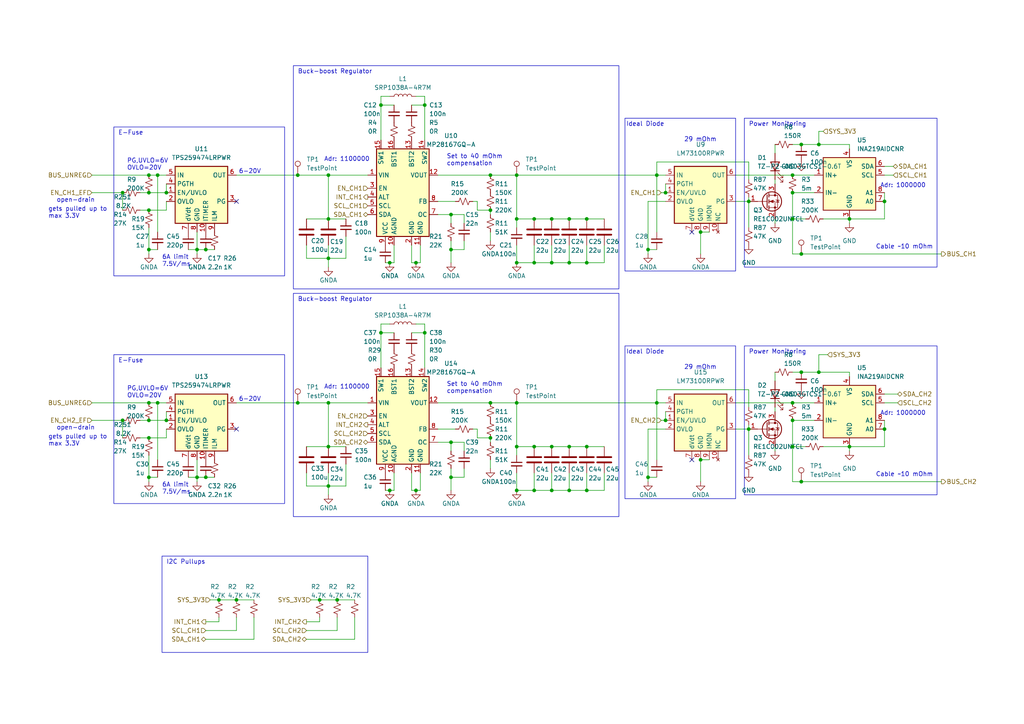
<source format=kicad_sch>
(kicad_sch (version 20230121) (generator eeschema)
  (paper "A4")
  (title_block (title "ESL GSU Top Level Schematic") (date "2024-01-18") (rev "1") (company "Electronic Systems Laboratory"))
  (lib_symbols
    (symbol "Connector:TestPoint" (pin_numbers hide) (pin_names (offset 0.762) hide)
      (property "Reference" "TP" (at 0 6.858 0))
      (property "Value" "TestPoint" (at 0 5.08 0))
      (symbol "TestPoint_1_1"
        (pin passive line (at 0 0 90) (length 2.54) (name "1") (number "1"))
      )
    )
    (symbol "Device:C" (pin_numbers hide) (pin_names (offset 0.254))
      (property "Reference" "C" (at 0.635 2.54 0))
      (property "Value" "C" (at 0.635 -2.54 0))
      (symbol "C_1_1"
        (pin passive line (at 0 3.81 270) (length 2.794) (name "~") (number "1"))
        (pin passive line (at 0 -3.81 90) (length 2.794) (name "~") (number "2"))
      )
    )
    (symbol "Device:C_Small" (pin_numbers hide) (pin_names (offset 0.254) hide)
      (property "Reference" "C" (at 0.254 1.778 0))
      (property "Value" "C_Small" (at 0.254 -2.032 0))
      (symbol "C_Small_1_1"
        (pin passive line (at 0 2.54 270) (length 2.032) (name "~") (number "1"))
        (pin passive line (at 0 -2.54 90) (length 2.032) (name "~") (number "2"))
      )
    )
    (symbol "Device:L" (pin_numbers hide) (pin_names (offset 1.016) hide)
      (property "Reference" "L" (at -1.27 0 90))
      (property "Value" "L" (at 1.905 0 90))
      (symbol "L_1_1"
        (pin passive line (at 0 3.81 270) (length 1.27) (name "1") (number "1"))
        (pin passive line (at 0 -3.81 90) (length 1.27) (name "2") (number "2"))
      )
    )
    (symbol "Device:LED" (pin_numbers hide) (pin_names (offset 1.016) hide)
      (property "Reference" "D" (at 0 2.54 0))
      (property "Value" "LED" (at 0 -2.54 0))
      (symbol "LED_1_1"
        (pin passive line (at -3.81 0 0) (length 2.54) (name "K") (number "1"))
        (pin passive line (at 3.81 0 180) (length 2.54) (name "A") (number "2"))
      )
    )
    (symbol "Device:R_Small_US" (pin_numbers hide) (pin_names (offset 0.254) hide)
      (property "Reference" "R" (at 0.762 0.508 0))
      (property "Value" "R_Small_US" (at 0.762 -1.016 0))
      (symbol "R_Small_US_1_1"
        (pin passive line (at 0 2.54 270) (length 1.016) (name "~") (number "1"))
        (pin passive line (at 0 -2.54 90) (length 1.016) (name "~") (number "2"))
      )
    )
    (symbol "ESLGSU_Parts_Lib:LM73100"
      (property "Reference" "U" (at -7.62 7.62 0))
      (property "Value" "LM73100RPWR" (at 3.81 7.62 0))
      (symbol "LM73100_1_1"
        (pin input line (at -10.16 -1.27 0) (length 2.54) (name "EN/UVLO") (number "1"))
        (pin no_connect line (at 5.08 -12.7 90) (length 2.54) (name "NC") (number "10"))
        (pin input line (at -10.16 -3.81 0) (length 2.54) (name "OVLO") (number "2"))
        (pin open_collector line (at 10.16 -3.81 180) (length 2.54) (name "PG") (number "3"))
        (pin input line (at -10.16 1.27 0) (length 2.54) (name "PGTH") (number "4"))
        (pin power_in line (at -10.16 3.81 0) (length 2.54) (name "IN") (number "5"))
        (pin power_out line (at 10.16 3.81 180) (length 2.54) (name "OUT") (number "6"))
        (pin passive line (at -2.54 -12.7 90) (length 2.54) (name "dVdt") (number "7"))
        (pin power_in line (at 0 -12.7 90) (length 2.54) (name "GND") (number "8"))
        (pin output line (at 2.54 -12.7 90) (length 2.54) (name "IMON") (number "9"))
      )
    )
    (symbol "ESLGSU_Parts_Lib:MP28167-A"
      (property "Reference" "U" (at 16.51 -5.08 0))
      (property "Value" "MP28167-A" (at 20.32 -7.62 0))
      (symbol "MP28167-A_1_1"
        (pin power_in line (at -10.16 7.62 0) (length 2.54) (name "VIN") (number "1"))
        (pin power_in line (at -2.54 -12.7 90) (length 2.54) (name "AGND") (number "10"))
        (pin power_in line (at 5.08 -12.7 90) (length 2.54) (name "GND") (number "11"))
        (pin power_out line (at 10.16 7.62 180) (length 2.54) (name "VOUT") (number "12"))
        (pin passive line (at 2.54 17.78 270) (length 2.54) (name "BST2") (number "13"))
        (pin passive line (at 6.35 17.78 270) (length 2.54) (name "SW2") (number "14"))
        (pin passive line (at -6.35 17.78 270) (length 2.54) (name "SW1") (number "15"))
        (pin passive line (at -2.54 17.78 270) (length 2.54) (name "BST1") (number "16"))
        (pin power_in line (at 2.54 -12.7 90) (length 2.54) (name "GND") (number "2"))
        (pin input line (at -10.16 3.81 0) (length 2.54) (name "EN") (number "3"))
        (pin open_collector line (at -10.16 1.27 0) (length 2.54) (name "ALT") (number "4"))
        (pin input line (at -10.16 -1.27 0) (length 2.54) (name "SCL") (number "5"))
        (pin input line (at -10.16 -3.81 0) (length 2.54) (name "SDA") (number "6"))
        (pin passive line (at 10.16 -3.81 180) (length 2.54) (name "OC") (number "7"))
        (pin input line (at 10.16 0 180) (length 2.54) (name "FB") (number "8"))
        (pin power_in line (at -5.08 -12.7 90) (length 2.54) (name "VCC") (number "9"))
      )
    )
    (symbol "ESLGSU_Parts_Lib:TPS259474ARPWR"
      (property "Reference" "U" (at -5.08 10.16 0))
      (property "Value" "TPS259474LRPWR" (at 11.43 10.16 0))
      (symbol "TPS259474ARPWR_1_1"
        (pin input line (at -10.16 0 0) (length 2.54) (name "EN/UVLO") (number "1"))
        (pin passive line (at 1.27 -11.43 90) (length 2.54) (name "ITIMER") (number "10"))
        (pin input line (at -10.16 -2.54 0) (length 2.54) (name "OVLO") (number "2"))
        (pin open_collector line (at 10.16 -2.54 180) (length 2.54) (name "PG") (number "3"))
        (pin input line (at -10.16 2.54 0) (length 2.54) (name "PGTH") (number "4"))
        (pin power_in line (at -10.16 5.08 0) (length 2.54) (name "IN") (number "5"))
        (pin power_out line (at 10.16 5.08 180) (length 2.54) (name "OUT") (number "6"))
        (pin passive line (at -3.81 -11.43 90) (length 2.54) (name "dVdt") (number "7"))
        (pin power_in line (at -1.27 -11.43 90) (length 2.54) (name "GND") (number "8"))
        (pin output line (at 3.81 -11.43 90) (length 2.54) (name "ILM") (number "9"))
      )
    )
    (symbol "Sensor_Energy:INA219AxDCN"
      (property "Reference" "U" (at -6.35 8.89 0))
      (property "Value" "INA219AxDCN" (at 6.35 8.89 0))
      (symbol "INA219AxDCN_1_1"
        (pin input line (at -10.16 2.54 0) (length 2.54) (name "IN+") (number "1"))
        (pin input line (at -10.16 -2.54 0) (length 2.54) (name "IN-") (number "2"))
        (pin power_in line (at 0 -10.16 90) (length 2.54) (name "GND") (number "3"))
        (pin power_in line (at 0 10.16 270) (length 2.54) (name "VS") (number "4"))
        (pin input line (at 10.16 2.54 180) (length 2.54) (name "SCL") (number "5"))
        (pin bidirectional line (at 10.16 5.08 180) (length 2.54) (name "SDA") (number "6"))
        (pin input line (at 10.16 -5.08 180) (length 2.54) (name "A0") (number "7"))
        (pin input line (at 10.16 -2.54 180) (length 2.54) (name "A1") (number "8"))
      )
    )
    (symbol "Transistor_FET:DMN67D7L" (pin_names hide)
      (property "Reference" "Q" (at 5.08 1.905 0))
      (property "Value" "DMN67D7L" (at 5.08 0 0))
      (symbol "DMN67D7L_1_1"
        (pin input line (at -5.08 0 0) (length 2.54) (name "G") (number "1"))
        (pin passive line (at 2.54 -5.08 90) (length 2.54) (name "S") (number "2"))
        (pin passive line (at 2.54 5.08 270) (length 2.54) (name "D") (number "3"))
      )
    )
    (symbol "power:GND" (power) (pin_names (offset 0))
      (property "Value" "GND" (at 0 -3.81 0))
      (symbol "GND_1_1"
        (pin power_in line (at 0 0 270) (length 0) hide (name "GND") (number "1"))
      )
    )
    (symbol "power:GNDA" (power) (pin_names (offset 0))
      (property "Value" "GNDA" (at 0 -3.81 0))
      (symbol "GNDA_1_1"
        (pin power_in line (at 0 0 270) (length 0) hide (name "GNDA") (number "1"))
      )
    )
  )
  (junction (at 160.02 142.24))
  (junction (at 59.69 138.43))
  (junction (at 43.18 50.8))
  (junction (at 95.25 74.93))
  (junction (at 229.87 129.54))
  (junction (at 86.36 50.8))
  (junction (at 120.65 76.2))
  (junction (at 160.02 63.5))
  (junction (at 142.24 50.8))
  (junction (at 203.2 133.35))
  (junction (at 45.72 50.8))
  (junction (at 43.18 72.39))
  (junction (at 190.5 50.8))
  (junction (at 217.17 124.46))
  (junction (at 43.18 55.88))
  (junction (at 110.49 96.52))
  (junction (at 154.94 76.2))
  (junction (at 229.87 63.5))
  (junction (at 229.87 55.88))
  (junction (at 113.03 76.2))
  (junction (at 57.15 138.43))
  (junction (at 170.18 76.2))
  (junction (at 160.02 129.54))
  (junction (at 95.25 63.5))
  (junction (at 43.18 116.84))
  (junction (at 165.1 142.24))
  (junction (at 154.94 129.54))
  (junction (at 57.15 72.39))
  (junction (at 170.18 142.24))
  (junction (at 43.18 138.43))
  (junction (at 48.26 55.88))
  (junction (at 229.87 116.84))
  (junction (at 123.19 30.48))
  (junction (at 149.86 63.5))
  (junction (at 203.2 67.31))
  (junction (at 229.87 50.8))
  (junction (at 237.49 107.95))
  (junction (at 123.19 96.52))
  (junction (at 149.86 129.54))
  (junction (at 95.25 129.54))
  (junction (at 165.1 76.2))
  (junction (at 110.49 30.48))
  (junction (at 95.25 140.97))
  (junction (at 97.79 173.99))
  (junction (at 190.5 116.84))
  (junction (at 217.17 58.42))
  (junction (at 246.38 63.5))
  (junction (at 256.54 124.46))
  (junction (at 256.54 58.42))
  (junction (at 154.94 63.5))
  (junction (at 95.25 116.84))
  (junction (at 193.04 121.92))
  (junction (at 48.26 121.92))
  (junction (at 130.81 72.39))
  (junction (at 130.81 128.27))
  (junction (at 229.87 121.92))
  (junction (at 237.49 41.91))
  (junction (at 86.36 116.84))
  (junction (at 130.81 62.23))
  (junction (at 59.69 72.39))
  (junction (at 187.96 138.43))
  (junction (at 170.18 63.5))
  (junction (at 92.71 173.99))
  (junction (at 35.56 55.88))
  (junction (at 165.1 129.54))
  (junction (at 130.81 138.43))
  (junction (at 160.02 76.2))
  (junction (at 154.94 142.24))
  (junction (at 142.24 116.84))
  (junction (at 165.1 63.5))
  (junction (at 232.41 139.7))
  (junction (at 170.18 129.54))
  (junction (at 68.58 173.99))
  (junction (at 95.25 50.8))
  (junction (at 149.86 142.24))
  (junction (at 63.5 173.99))
  (junction (at 149.86 50.8))
  (junction (at 232.41 73.66))
  (junction (at 120.65 142.24))
  (junction (at 43.18 121.92))
  (junction (at 43.18 60.96))
  (junction (at 45.72 116.84))
  (junction (at 113.03 142.24))
  (junction (at 142.24 127))
  (junction (at 43.18 127))
  (junction (at 149.86 76.2))
  (junction (at 193.04 55.88))
  (junction (at 187.96 72.39))
  (junction (at 149.86 116.84))
  (junction (at 246.38 129.54))
  (junction (at 142.24 60.96))
  (junction (at 232.41 107.95))
  (junction (at 232.41 41.91))
  (junction (at 35.56 121.92))
  (no_connect (at 200.66 67.31))
  (no_connect (at 68.58 124.46))
  (no_connect (at 200.66 133.35))
  (no_connect (at 68.58 58.42))
  (wire (pts (xy 59.69 182.88) (xy 68.58 182.88)))
  (wire (pts (xy 54.61 72.39) (xy 57.15 72.39)))
  (wire (pts (xy 127 128.27) (xy 130.81 128.27)))
  (wire (pts (xy 95.25 140.97) (xy 100.33 140.97)))
  (wire (pts (xy 190.5 46.99) (xy 190.5 50.8)))
  (wire (pts (xy 203.2 133.35) (xy 205.74 133.35)))
  (wire (pts (xy 142.24 69.85) (xy 142.24 67.31)))
  (wire (pts (xy 130.81 138.43) (xy 130.81 135.89)))
  (wire (pts (xy 120.65 142.24) (xy 119.38 142.24)))
  (wire (pts (xy 95.25 74.93) (xy 100.33 74.93)))
  (wire (pts (xy 119.38 30.48) (xy 123.19 30.48)))
  (wire (pts (xy 130.81 138.43) (xy 134.62 138.43)))
  (wire (pts (xy 88.9 74.93) (xy 95.25 74.93)))
  (wire (pts (xy 229.87 116.84) (xy 236.22 116.84)))
  (wire (pts (xy 88.9 182.88) (xy 97.79 182.88)))
  (wire (pts (xy 120.65 27.94) (xy 123.19 27.94)))
  (wire (pts (xy 160.02 63.5) (xy 165.1 63.5)))
  (wire (pts (xy 224.79 41.91) (xy 224.79 44.45)))
  (wire (pts (xy 100.33 74.93) (xy 100.33 68.58)))
  (wire (pts (xy 170.18 142.24) (xy 170.18 137.16)))
  (wire (pts (xy 165.1 76.2) (xy 165.1 71.12)))
  (wire (pts (xy 95.25 116.84) (xy 106.68 116.84)))
  (wire (pts (xy 246.38 64.77) (xy 246.38 63.5)))
  (wire (pts (xy 110.49 30.48) (xy 114.3 30.48)))
  (wire (pts (xy 259.08 50.8) (xy 256.54 50.8)))
  (wire (pts (xy 154.94 142.24) (xy 160.02 142.24)))
  (wire (pts (xy 114.3 71.12) (xy 114.3 76.2)))
  (wire (pts (xy 187.96 138.43) (xy 187.96 139.7)))
  (wire (pts (xy 26.67 55.88) (xy 35.56 55.88)))
  (wire (pts (xy 246.38 107.95) (xy 246.38 109.22)))
  (wire (pts (xy 88.9 129.54) (xy 95.25 129.54)))
  (wire (pts (xy 203.2 133.35) (xy 203.2 139.7)))
  (wire (pts (xy 35.56 55.88) (xy 35.56 60.96)))
  (wire (pts (xy 130.81 72.39) (xy 134.62 72.39)))
  (wire (pts (xy 149.86 129.54) (xy 154.94 129.54)))
  (wire (pts (xy 121.92 76.2) (xy 120.65 76.2)))
  (wire (pts (xy 57.15 72.39) (xy 59.69 72.39)))
  (wire (pts (xy 149.86 63.5) (xy 149.86 50.8)))
  (wire (pts (xy 256.54 55.88) (xy 256.54 58.42)))
  (wire (pts (xy 138.43 127) (xy 142.24 127)))
  (wire (pts (xy 154.94 129.54) (xy 160.02 129.54)))
  (wire (pts (xy 175.26 142.24) (xy 175.26 137.16)))
  (wire (pts (xy 246.38 41.91) (xy 246.38 43.18)))
  (wire (pts (xy 138.43 58.42) (xy 137.16 58.42)))
  (wire (pts (xy 138.43 60.96) (xy 142.24 60.96)))
  (wire (pts (xy 240.03 102.87) (xy 237.49 102.87)))
  (wire (pts (xy 203.2 67.31) (xy 205.74 67.31)))
  (wire (pts (xy 120.65 76.2) (xy 119.38 76.2)))
  (wire (pts (xy 229.87 129.54) (xy 233.68 129.54)))
  (wire (pts (xy 260.35 116.84) (xy 256.54 116.84)))
  (wire (pts (xy 229.87 139.7) (xy 232.41 139.7)))
  (wire (pts (xy 134.62 64.77) (xy 134.62 62.23)))
  (wire (pts (xy 134.62 72.39) (xy 134.62 69.85)))
  (wire (pts (xy 160.02 142.24) (xy 165.1 142.24)))
  (wire (pts (xy 229.87 121.92) (xy 236.22 121.92)))
  (wire (pts (xy 213.36 50.8) (xy 229.87 50.8)))
  (wire (pts (xy 48.26 60.96) (xy 43.18 60.96)))
  (wire (pts (xy 48.26 127) (xy 43.18 127)))
  (wire (pts (xy 95.25 63.5) (xy 100.33 63.5)))
  (wire (pts (xy 190.5 113.03) (xy 190.5 116.84)))
  (wire (pts (xy 170.18 129.54) (xy 175.26 129.54)))
  (wire (pts (xy 63.5 173.99) (xy 68.58 173.99)))
  (wire (pts (xy 260.35 114.3) (xy 256.54 114.3)))
  (wire (pts (xy 213.36 116.84) (xy 229.87 116.84)))
  (wire (pts (xy 60.96 173.99) (xy 63.5 173.99)))
  (wire (pts (xy 127 62.23) (xy 130.81 62.23)))
  (wire (pts (xy 54.61 138.43) (xy 57.15 138.43)))
  (wire (pts (xy 160.02 76.2) (xy 160.02 71.12)))
  (wire (pts (xy 102.87 185.42) (xy 102.87 179.07)))
  (wire (pts (xy 256.54 121.92) (xy 256.54 124.46)))
  (wire (pts (xy 57.15 138.43) (xy 59.69 138.43)))
  (wire (pts (xy 95.25 74.93) (xy 95.25 77.47)))
  (wire (pts (xy 57.15 133.35) (xy 57.15 138.43)))
  (wire (pts (xy 92.71 173.99) (xy 97.79 173.99)))
  (wire (pts (xy 142.24 135.89) (xy 142.24 133.35)))
  (wire (pts (xy 138.43 124.46) (xy 137.16 124.46)))
  (wire (pts (xy 57.15 138.43) (xy 57.15 139.7)))
  (wire (pts (xy 238.76 129.54) (xy 246.38 129.54)))
  (wire (pts (xy 127 124.46) (xy 132.08 124.46)))
  (wire (pts (xy 165.1 63.5) (xy 170.18 63.5)))
  (wire (pts (xy 88.9 180.34) (xy 92.71 180.34)))
  (wire (pts (xy 86.36 50.8) (xy 95.25 50.8)))
  (wire (pts (xy 187.96 72.39) (xy 187.96 73.66)))
  (wire (pts (xy 232.41 139.7) (xy 273.05 139.7)))
  (wire (pts (xy 59.69 185.42) (xy 73.66 185.42)))
  (wire (pts (xy 48.26 58.42) (xy 48.26 60.96)))
  (wire (pts (xy 213.36 124.46) (xy 217.17 124.46)))
  (wire (pts (xy 149.86 116.84) (xy 190.5 116.84)))
  (wire (pts (xy 120.65 93.98) (xy 123.19 93.98)))
  (wire (pts (xy 154.94 76.2) (xy 160.02 76.2)))
  (wire (pts (xy 175.26 76.2) (xy 175.26 71.12)))
  (wire (pts (xy 68.58 173.99) (xy 73.66 173.99)))
  (wire (pts (xy 43.18 121.92) (xy 48.26 121.92)))
  (wire (pts (xy 229.87 107.95) (xy 232.41 107.95)))
  (wire (pts (xy 154.94 63.5) (xy 160.02 63.5)))
  (wire (pts (xy 68.58 182.88) (xy 68.58 179.07)))
  (wire (pts (xy 217.17 52.07) (xy 217.17 46.99)))
  (wire (pts (xy 238.76 38.1) (xy 237.49 38.1)))
  (wire (pts (xy 110.49 30.48) (xy 110.49 40.64)))
  (wire (pts (xy 40.64 127) (xy 43.18 127)))
  (wire (pts (xy 43.18 116.84) (xy 45.72 116.84)))
  (wire (pts (xy 224.79 63.5) (xy 224.79 64.77)))
  (wire (pts (xy 123.19 30.48) (xy 123.19 40.64)))
  (wire (pts (xy 45.72 116.84) (xy 48.26 116.84)))
  (wire (pts (xy 43.18 66.04) (xy 43.18 72.39)))
  (wire (pts (xy 119.38 71.12) (xy 119.38 76.2)))
  (wire (pts (xy 193.04 53.34) (xy 193.04 55.88)))
  (wire (pts (xy 232.41 107.95) (xy 237.49 107.95)))
  (wire (pts (xy 149.86 50.8) (xy 190.5 50.8)))
  (wire (pts (xy 256.54 63.5) (xy 246.38 63.5)))
  (wire (pts (xy 217.17 58.42) (xy 217.17 66.04)))
  (wire (pts (xy 154.94 71.12) (xy 154.94 76.2)))
  (wire (pts (xy 43.18 72.39) (xy 43.18 73.66)))
  (wire (pts (xy 160.02 142.24) (xy 160.02 137.16)))
  (wire (pts (xy 134.62 130.81) (xy 134.62 128.27)))
  (wire (pts (xy 26.67 121.92) (xy 35.56 121.92)))
  (wire (pts (xy 95.25 71.12) (xy 95.25 74.93)))
  (wire (pts (xy 165.1 129.54) (xy 170.18 129.54)))
  (wire (pts (xy 232.41 41.91) (xy 237.49 41.91)))
  (wire (pts (xy 142.24 60.96) (xy 142.24 62.23)))
  (wire (pts (xy 246.38 130.81) (xy 246.38 129.54)))
  (wire (pts (xy 237.49 38.1) (xy 237.49 41.91)))
  (wire (pts (xy 224.79 129.54) (xy 224.79 130.81)))
  (wire (pts (xy 68.58 50.8) (xy 86.36 50.8)))
  (wire (pts (xy 95.25 129.54) (xy 100.33 129.54)))
  (wire (pts (xy 95.25 50.8) (xy 95.25 63.5)))
  (wire (pts (xy 113.03 142.24) (xy 111.76 142.24)))
  (wire (pts (xy 229.87 50.8) (xy 236.22 50.8)))
  (wire (pts (xy 110.49 96.52) (xy 114.3 96.52)))
  (wire (pts (xy 110.49 27.94) (xy 113.03 27.94)))
  (wire (pts (xy 149.86 142.24) (xy 149.86 137.16)))
  (wire (pts (xy 217.17 118.11) (xy 217.17 113.03)))
  (wire (pts (xy 191.77 121.92) (xy 193.04 121.92)))
  (wire (pts (xy 57.15 67.31) (xy 57.15 72.39)))
  (wire (pts (xy 170.18 76.2) (xy 175.26 76.2)))
  (wire (pts (xy 229.87 73.66) (xy 232.41 73.66)))
  (wire (pts (xy 237.49 102.87) (xy 237.49 107.95)))
  (wire (pts (xy 224.79 118.11) (xy 224.79 119.38)))
  (wire (pts (xy 224.79 52.07) (xy 224.79 53.34)))
  (wire (pts (xy 26.67 116.84) (xy 43.18 116.84)))
  (wire (pts (xy 149.86 63.5) (xy 154.94 63.5)))
  (wire (pts (xy 43.18 50.8) (xy 45.72 50.8)))
  (wire (pts (xy 190.5 50.8) (xy 190.5 67.31)))
  (wire (pts (xy 114.3 137.16) (xy 114.3 142.24)))
  (wire (pts (xy 142.24 127) (xy 142.24 128.27)))
  (wire (pts (xy 224.79 107.95) (xy 224.79 110.49)))
  (wire (pts (xy 134.62 138.43) (xy 134.62 135.89)))
  (wire (pts (xy 237.49 41.91) (xy 246.38 41.91)))
  (wire (pts (xy 170.18 63.5) (xy 175.26 63.5)))
  (wire (pts (xy 45.72 50.8) (xy 48.26 50.8)))
  (wire (pts (xy 154.94 76.2) (xy 149.86 76.2)))
  (wire (pts (xy 217.17 124.46) (xy 217.17 132.08)))
  (wire (pts (xy 95.25 140.97) (xy 95.25 143.51)))
  (wire (pts (xy 130.81 62.23) (xy 130.81 64.77)))
  (wire (pts (xy 110.49 93.98) (xy 110.49 96.52)))
  (wire (pts (xy 142.24 50.8) (xy 149.86 50.8)))
  (wire (pts (xy 259.08 48.26) (xy 256.54 48.26)))
  (wire (pts (xy 160.02 76.2) (xy 165.1 76.2)))
  (wire (pts (xy 88.9 63.5) (xy 95.25 63.5)))
  (wire (pts (xy 191.77 55.88) (xy 193.04 55.88)))
  (wire (pts (xy 127 116.84) (xy 142.24 116.84)))
  (wire (pts (xy 190.5 116.84) (xy 193.04 116.84)))
  (wire (pts (xy 134.62 62.23) (xy 130.81 62.23)))
  (wire (pts (xy 59.69 180.34) (xy 63.5 180.34)))
  (wire (pts (xy 149.86 129.54) (xy 149.86 116.84)))
  (wire (pts (xy 86.36 116.84) (xy 95.25 116.84)))
  (wire (pts (xy 217.17 123.19) (xy 217.17 124.46)))
  (wire (pts (xy 110.49 96.52) (xy 110.49 106.68)))
  (wire (pts (xy 113.03 93.98) (xy 110.49 93.98)))
  (wire (pts (xy 127 50.8) (xy 142.24 50.8)))
  (wire (pts (xy 45.72 116.84) (xy 45.72 133.35)))
  (wire (pts (xy 40.64 60.96) (xy 43.18 60.96)))
  (wire (pts (xy 229.87 63.5) (xy 229.87 73.66)))
  (wire (pts (xy 113.03 76.2) (xy 111.76 76.2)))
  (wire (pts (xy 123.19 93.98) (xy 123.19 96.52)))
  (wire (pts (xy 187.96 58.42) (xy 187.96 72.39)))
  (wire (pts (xy 130.81 138.43) (xy 130.81 142.24)))
  (wire (pts (xy 92.71 180.34) (xy 92.71 179.07)))
  (wire (pts (xy 40.64 121.92) (xy 43.18 121.92)))
  (wire (pts (xy 229.87 55.88) (xy 229.87 63.5)))
  (wire (pts (xy 59.69 138.43) (xy 62.23 138.43)))
  (wire (pts (xy 40.64 55.88) (xy 43.18 55.88)))
  (wire (pts (xy 165.1 142.24) (xy 170.18 142.24)))
  (wire (pts (xy 110.49 27.94) (xy 110.49 30.48)))
  (wire (pts (xy 68.58 116.84) (xy 86.36 116.84)))
  (wire (pts (xy 142.24 116.84) (xy 149.86 116.84)))
  (wire (pts (xy 149.86 132.08) (xy 149.86 129.54)))
  (wire (pts (xy 165.1 142.24) (xy 165.1 137.16)))
  (wire (pts (xy 229.87 121.92) (xy 229.87 129.54)))
  (wire (pts (xy 35.56 121.92) (xy 35.56 127)))
  (wire (pts (xy 114.3 142.24) (xy 113.03 142.24)))
  (wire (pts (xy 134.62 128.27) (xy 130.81 128.27)))
  (wire (pts (xy 237.49 107.95) (xy 246.38 107.95)))
  (wire (pts (xy 170.18 142.24) (xy 175.26 142.24)))
  (wire (pts (xy 45.72 50.8) (xy 45.72 67.31)))
  (wire (pts (xy 229.87 129.54) (xy 229.87 139.7)))
  (wire (pts (xy 256.54 58.42) (xy 256.54 63.5)))
  (wire (pts (xy 114.3 76.2) (xy 113.03 76.2)))
  (wire (pts (xy 73.66 185.42) (xy 73.66 179.07)))
  (wire (pts (xy 187.96 138.43) (xy 190.5 138.43)))
  (wire (pts (xy 193.04 119.38) (xy 193.04 121.92)))
  (wire (pts (xy 165.1 76.2) (xy 170.18 76.2)))
  (wire (pts (xy 48.26 119.38) (xy 48.26 121.92)))
  (wire (pts (xy 59.69 72.39) (xy 62.23 72.39)))
  (wire (pts (xy 88.9 140.97) (xy 95.25 140.97)))
  (wire (pts (xy 43.18 132.08) (xy 43.18 138.43)))
  (wire (pts (xy 154.94 142.24) (xy 149.86 142.24)))
  (wire (pts (xy 121.92 142.24) (xy 120.65 142.24)))
  (wire (pts (xy 217.17 57.15) (xy 217.17 58.42)))
  (wire (pts (xy 213.36 58.42) (xy 217.17 58.42)))
  (wire (pts (xy 127 58.42) (xy 132.08 58.42)))
  (wire (pts (xy 154.94 137.16) (xy 154.94 142.24)))
  (wire (pts (xy 88.9 185.42) (xy 102.87 185.42)))
  (wire (pts (xy 203.2 67.31) (xy 203.2 73.66)))
  (wire (pts (xy 119.38 137.16) (xy 119.38 142.24)))
  (wire (pts (xy 63.5 180.34) (xy 63.5 179.07)))
  (wire (pts (xy 130.81 72.39) (xy 130.81 69.85)))
  (wire (pts (xy 123.19 27.94) (xy 123.19 30.48)))
  (wire (pts (xy 26.67 50.8) (xy 43.18 50.8)))
  (wire (pts (xy 238.76 63.5) (xy 246.38 63.5)))
  (wire (pts (xy 95.25 50.8) (xy 106.68 50.8)))
  (wire (pts (xy 149.86 66.04) (xy 149.86 63.5)))
  (wire (pts (xy 149.86 76.2) (xy 149.86 71.12)))
  (wire (pts (xy 43.18 138.43) (xy 45.72 138.43)))
  (wire (pts (xy 95.25 137.16) (xy 95.25 140.97)))
  (wire (pts (xy 217.17 46.99) (xy 190.5 46.99)))
  (wire (pts (xy 187.96 124.46) (xy 187.96 138.43)))
  (wire (pts (xy 229.87 63.5) (xy 233.68 63.5)))
  (wire (pts (xy 121.92 137.16) (xy 121.92 142.24)))
  (wire (pts (xy 48.26 124.46) (xy 48.26 127)))
  (wire (pts (xy 97.79 182.88) (xy 97.79 179.07)))
  (wire (pts (xy 256.54 129.54) (xy 246.38 129.54)))
  (wire (pts (xy 43.18 72.39) (xy 45.72 72.39)))
  (wire (pts (xy 119.38 96.52) (xy 123.19 96.52)))
  (wire (pts (xy 217.17 113.03) (xy 190.5 113.03)))
  (wire (pts (xy 160.02 129.54) (xy 165.1 129.54)))
  (wire (pts (xy 229.87 41.91) (xy 232.41 41.91)))
  (wire (pts (xy 100.33 140.97) (xy 100.33 134.62)))
  (wire (pts (xy 43.18 55.88) (xy 48.26 55.88)))
  (wire (pts (xy 256.54 124.46) (xy 256.54 129.54)))
  (wire (pts (xy 97.79 173.99) (xy 102.87 173.99)))
  (wire (pts (xy 90.17 173.99) (xy 92.71 173.99)))
  (wire (pts (xy 138.43 124.46) (xy 138.43 127)))
  (wire (pts (xy 48.26 53.34) (xy 48.26 55.88)))
  (wire (pts (xy 88.9 137.16) (xy 88.9 140.97)))
  (wire (pts (xy 187.96 72.39) (xy 190.5 72.39)))
  (wire (pts (xy 130.81 72.39) (xy 130.81 76.2)))
  (wire (pts (xy 123.19 96.52) (xy 123.19 106.68)))
  (wire (pts (xy 121.92 71.12) (xy 121.92 76.2)))
  (wire (pts (xy 232.41 73.66) (xy 273.05 73.66)))
  (wire (pts (xy 130.81 128.27) (xy 130.81 130.81)))
  (wire (pts (xy 170.18 76.2) (xy 170.18 71.12)))
  (wire (pts (xy 187.96 58.42) (xy 193.04 58.42)))
  (wire (pts (xy 43.18 138.43) (xy 43.18 139.7)))
  (wire (pts (xy 138.43 58.42) (xy 138.43 60.96)))
  (wire (pts (xy 95.25 116.84) (xy 95.25 129.54)))
  (wire (pts (xy 190.5 116.84) (xy 190.5 133.35)))
  (wire (pts (xy 190.5 50.8) (xy 193.04 50.8)))
  (wire (pts (xy 229.87 55.88) (xy 236.22 55.88)))
  (wire (pts (xy 187.96 124.46) (xy 193.04 124.46)))
  (wire (pts (xy 88.9 71.12) (xy 88.9 74.93)))
  (wire (pts (xy 57.15 72.39) (xy 57.15 73.66)))
  (rectangle (start 215.9 100.33) (end 271.78 143.51))
  (rectangle (start 46.99 161.29) (end 106.68 189.23))
  (rectangle (start 215.9 34.29) (end 271.78 77.47))
  (rectangle (start 181.266 100.33) (end 213.36 144.637))
  (rectangle (start 33.02 102.87) (end 82.55 146.05))
  (rectangle (start 181.266 34.29) (end 213.36 78.597))
  (rectangle (start 85.09 19.05) (end 179.509 83.7914))
  (rectangle (start 33.02 36.83) (end 82.55 80.01))
  (rectangle (start 85.09 85.09) (end 179.509 149.8314))
  (text "gets pulled up to\nmax 3.3V" (at 13.97 63.5 0) (effects (font (size 1.27 1.27)) (justify left bottom)))
  (text "E-Fuse" (at 34.29 105.41 0) (effects (font (size 1.27 1.27)) (justify left bottom)))
  (text "Adr: 1100000" (at 93.98 46.99 0) (effects (font (size 1.27 1.27)) (justify left bottom)))
  (text "Buck-boost Regulator" (at 86.36 87.63 0) (effects (font (size 1.27 1.27)) (justify left bottom)))
  (text "open-drain" (at 16.3889 58.8568 0) (effects (font (size 1.27 1.27)) (justify left bottom)))
  (text "PG,UVLO=6V\nOVLO=20V" (at 36.83 115.57 0) (effects (font (size 1.27 1.27)) (justify left bottom)))
  (text "Ideal Diode\n" (at 181.61 102.87 0) (effects (font (size 1.27 1.27)) (justify left bottom)))
  (text "6A limit\n7.5V/ms" (at 46.99 143.51 0) (effects (font (size 1.27 1.27)) (justify left bottom)))
  (text "Ideal Diode\n" (at 181.61 36.83 0) (effects (font (size 1.27 1.27)) (justify left bottom)))
  (text "Buck-boost Regulator" (at 86.36 21.59 0) (effects (font (size 1.27 1.27)) (justify left bottom)))
  (text "29 mOhm" (at 198.4143 107.3301 0) (effects (font (size 1.27 1.27)) (justify left bottom)))
  (text "PG,UVLO=6V\nOVLO=20V" (at 36.83 49.53 0) (effects (font (size 1.27 1.27)) (justify left bottom)))
  (text "6-20V" (at 69.2468 116.5839 0) (effects (font (size 1.27 1.27)) (justify left bottom)))
  (text "Cable ~10 mOhm" (at 254 138.43 0) (effects (font (size 1.27 1.27)) (justify left bottom)))
  (text "I2C Pullups" (at 48.26 163.83 0) (effects (font (size 1.27 1.27)) (justify left bottom)))
  (text "Adr: 1000000" (at 255.27 54.61 0) (effects (font (size 1.27 1.27)) (justify left bottom)))
  (text "Power Monitoring" (at 217.17 36.83 0) (effects (font (size 1.27 1.27)) (justify left bottom)))
  (text "Cable ~10 mOhm" (at 254 72.39 0) (effects (font (size 1.27 1.27)) (justify left bottom)))
  (text "Adr: 1000000" (at 255.27 120.65 0) (effects (font (size 1.27 1.27)) (justify left bottom)))
  (text "6A limit\n7.5V/ms" (at 46.99 77.47 0) (effects (font (size 1.27 1.27)) (justify left bottom)))
  (text "open-drain" (at 16.3889 124.8968 0) (effects (font (size 1.27 1.27)) (justify left bottom)))
  (text "Adr: 1100000" (at 93.98 113.03 0) (effects (font (size 1.27 1.27)) (justify left bottom)))
  (text "29 mOhm" (at 198.4143 41.2901 0) (effects (font (size 1.27 1.27)) (justify left bottom)))
  (text "Set to 40 mOhm\ncompensation" (at 129.54 114.3 0) (effects (font (size 1.27 1.27)) (justify left bottom)))
  (text "Power Monitoring" (at 217.17 102.87 0) (effects (font (size 1.27 1.27)) (justify left bottom)))
  (text "gets pulled up to\nmax 3.3V" (at 13.97 129.54 0) (effects (font (size 1.27 1.27)) (justify left bottom)))
  (text "E-Fuse" (at 34.29 39.37 0) (effects (font (size 1.27 1.27)) (justify left bottom)))
  (text "Set to 40 mOhm\ncompensation" (at 129.54 48.26 0) (effects (font (size 1.27 1.27)) (justify left bottom)))
  (text "6-20V" (at 69.2468 50.5439 0) (effects (font (size 1.27 1.27)) (justify left bottom)))
  (hierarchical_label "SDA_CH1" (shape bidirectional) (at 259.08 48.26 0))
  (hierarchical_label "SCL_CH2" (shape input) (at 260.35 116.84 0))
  (hierarchical_label "INT_CH1" (shape output) (at 59.69 180.34 180))
  (hierarchical_label "EN_CH1" (shape input) (at 106.68 54.61 180))
  (hierarchical_label "SYS_3V3" (shape input) (at 60.96 173.99 180))
  (hierarchical_label "BUS_CH1" (shape output) (at 273.05 73.66 0))
  (hierarchical_label "SCL_CH1" (shape input) (at 59.69 182.88 180))
  (hierarchical_label "SDA_CH2" (shape bidirectional) (at 88.9 185.42 180))
  (hierarchical_label "SYS_3V3" (shape input) (at 90.17 173.99 180))
  (hierarchical_label "INT_CH2" (shape output) (at 88.9 180.34 180))
  (hierarchical_label "INT_CH1" (shape output) (at 106.68 57.15 180))
  (hierarchical_label "EN_CH1" (shape input) (at 191.77 55.88 180))
  (hierarchical_label "BUS_CH2" (shape output) (at 273.05 139.7 0))
  (hierarchical_label "SCL_CH1" (shape input) (at 106.68 59.69 180))
  (hierarchical_label "EN_CH2" (shape input) (at 106.68 120.65 180))
  (hierarchical_label "SCL_CH2" (shape input) (at 106.68 125.73 180))
  (hierarchical_label "EN_CH2_EF" (shape input) (at 26.67 121.92 180))
  (hierarchical_label "INT_CH2" (shape output) (at 106.68 123.19 180))
  (hierarchical_label "SDA_CH1" (shape bidirectional) (at 106.68 62.23 180))
  (hierarchical_label "SYS_3V3" (shape input) (at 240.03 102.87 0))
  (hierarchical_label "SCL_CH2" (shape input) (at 88.9 182.88 180))
  (hierarchical_label "SDA_CH2" (shape bidirectional) (at 106.68 128.27 180))
  (hierarchical_label "EN_CH1_EF" (shape input) (at 26.67 55.88 180))
  (hierarchical_label "SDA_CH2" (shape bidirectional) (at 260.35 114.3 0))
  (hierarchical_label "SYS_3V3" (shape input) (at 238.76 38.1 0))
  (hierarchical_label "SCL_CH1" (shape input) (at 259.08 50.8 0))
  (hierarchical_label "EN_CH2" (shape input) (at 191.77 121.92 180))
  (hierarchical_label "SDA_CH1" (shape bidirectional) (at 59.69 185.42 180))
  (hierarchical_label "BUS_UNREG" (shape input) (at 26.67 116.84 180))
  (hierarchical_label "BUS_UNREG" (shape input) (at 26.67 50.8 180))
  (symbol (lib_id "Device:R_Small_US") (at 142.24 53.34 0) (unit 1)
    (property "Reference" "R11" (at 143.51 53.34 0) (effects (justify left)))
    (property "Value" "150K" (at 143.51 55.88 0) (effects (justify left)))
    (property "Footprint" "Resistor_SMD:R_0402_1005Metric" (effects hide))
    (property "LCSC Part" "C25755" (effects hide))
    (instances (project "ESLGSU" (path "" (reference "R11") (unit 1)) (path "" (reference "R71") (unit 1))))
  )
  (symbol (lib_id "Device:LED") (at 224.79 48.26 90) (unit 1)
    (property "Reference" "D1" (at 219.71 45.72 90) (effects (justify right)))
    (property "Value" "TZ-P2-0603GTCS1-0.6T" (at 219.71 48.26 90) (effects (justify right)))
    (property "Footprint" "LED_SMD:LED_0603_1608Metric" (effects hide))
    (property "LCSC Part" "C2286" (effects hide))
    (instances (project "ESLGSU" (path "" (reference "D1") (unit 1)) (path "" (reference "D5") (unit 1))))
  )
  (symbol (lib_id "Device:R_Small_US") (at 142.24 130.81 0) (unit 1)
    (property "Reference" "R11" (at 143.51 130.81 0) (effects (justify left)))
    (property "Value" "51K" (at 143.51 133.35 0) (effects (justify left)))
    (property "Footprint" "Resistor_SMD:R_0402_1005Metric" (effects hide))
    (property "LCSC Part" "C25794" (effects hide))
    (instances (project "ESLGSU" (path "" (reference "R11") (unit 1)) (path "" (reference "R93") (unit 1))))
  )
  (symbol (lib_id "Device:C_Small") (at 232.41 44.45 0) (unit 1)
    (property "Reference" "C6" (at 234.95 44.45 0) (effects (justify left)))
    (property "Value" "100n" (at 234.95 46.99 0) (effects (justify left)))
    (property "Footprint" "Capacitor_SMD:C_0402_1005Metric" (effects hide))
    (property "LCSC Part" "C307331" (effects hide))
    (instances (project "ESLGSU" (path "" (reference "C6") (unit 1)) (path "" (reference "C29") (unit 1)) (path "" (reference "C74") (unit 1))))
  )
  (symbol (lib_id "Device:R_Small_US") (at 142.24 64.77 0) (unit 1)
    (property "Reference" "R11" (at 143.51 64.77 0) (effects (justify left)))
    (property "Value" "51K" (at 143.51 67.31 0) (effects (justify left)))
    (property "Footprint" "Resistor_SMD:R_0402_1005Metric" (effects hide))
    (property "LCSC Part" "C25794" (effects hide))
    (instances (project "ESLGSU" (path "" (reference "R11") (unit 1)) (path "" (reference "R78") (unit 1))))
  )
  (symbol (lib_id "Device:R_Small_US") (at 43.18 129.54 0) (unit 1)
    (property "Reference" "R19" (at 38.1 129.54 0) (effects (justify left)))
    (property "Value" "15K" (at 38.1 132.08 0) (effects (justify left)))
    (property "Footprint" "Resistor_SMD:R_0402_1005Metric" (effects hide))
    (property "LCSC Part" "C25756" (effects hide))
    (instances (project "ESLGSU" (path "" (reference "R19") (unit 1)) (path "" (reference "R92") (unit 1))))
  )
  (symbol (lib_id "power:GND") (at 224.79 130.81 0) (unit 1)
    (property "Reference" "#PWR09" (effects hide))
    (property "Value" "GND" (at 224.79 135.89 0))
    (instances (project "ESLGSU" (path "" (reference "#PWR09") (unit 1)) (path "" (reference "#PWR041") (unit 1)) (path "" (reference "#PWR085") (unit 1))))
  )
  (symbol (lib_id "Device:C") (at 154.94 67.31 0) (unit 1)
    (property "Reference" "C22" (at 155.4014 70.0813 0) (effects (justify left)))
    (property "Value" "22u" (at 155.4014 72.6213 0) (effects (justify left)))
    (property "Footprint" "Capacitor_SMD:C_0805_2012Metric" (effects hide))
    (property "LCSC Part" "C45783" (effects hide))
    (instances (project "ESLGSU" (path "" (reference "C22") (unit 1)) (path "" (reference "C79") (unit 1))))
  )
  (symbol (lib_id "ESLGSU_Parts_Lib:TPS259474ARPWR") (at 58.42 55.88 0) (unit 1)
    (property "Reference" "U11" (at 58.42 43.18 0))
    (property "Value" "TPS259474LRPWR" (at 58.42 45.72 0))
    (property "Footprint" "ESLGSU_Parts_Lib:VQFN-HR" (effects hide))
    (property "LCSC Part" "C3662807" (effects hide))
    (instances (project "ESLGSU" (path "" (reference "U11") (unit 1)) (path "" (reference "U23") (unit 1))))
  )
  (symbol (lib_id "Device:R_Small_US") (at 43.18 53.34 0) (unit 1)
    (property "Reference" "R9" (at 36.83 52.07 0) (effects (justify left)))
    (property "Value" "200K" (at 36.83 54.61 0) (effects (justify left)))
    (property "Footprint" "Resistor_SMD:R_0402_1005Metric" (effects hide))
    (property "LCSC Part" "C25764" (effects hide))
    (instances (project "ESLGSU" (path "" (reference "R9") (unit 1)) (path "" (reference "R70") (unit 1))))
  )
  (symbol (lib_id "power:GNDA") (at 187.96 73.66 0) (unit 1)
    (property "Reference" "#PWR026" (effects hide))
    (property "Value" "GNDA" (at 187.96 77.47 0))
    (instances (project "ESLGSU" (path "" (reference "#PWR026") (unit 1)) (path "" (reference "#PWR077") (unit 1))))
  )
  (symbol (lib_id "Device:R_Small_US") (at 236.22 63.5 90) (unit 1)
    (property "Reference" "R33" (at 236.22 58.42 90) (effects (justify left)))
    (property "Value" "200K" (at 237.49 60.96 90) (effects (justify left)))
    (property "Footprint" "Resistor_SMD:R_0402_1005Metric" (effects hide))
    (property "LCSC Part" "C25764" (effects hide))
    (instances (project "ESLGSU" (path "" (reference "R33") (unit 1)) (path "" (reference "R295") (unit 1))))
  )
  (symbol (lib_id "power:GNDA") (at 120.65 142.24 0) (unit 1)
    (property "Reference" "#PWR035" (effects hide))
    (property "Value" "GNDA" (at 120.65 146.05 0))
    (instances (project "ESLGSU" (path "" (reference "#PWR035") (unit 1)) (path "" (reference "#PWR093") (unit 1))))
  )
  (symbol (lib_id "Device:C") (at 170.18 133.35 0) (unit 1)
    (property "Reference" "C44" (at 170.6414 136.1213 0) (effects (justify left)))
    (property "Value" "22u" (at 170.6414 138.6613 0) (effects (justify left)))
    (property "Footprint" "Capacitor_SMD:C_0805_2012Metric" (effects hide))
    (property "LCSC Part" "C45783" (effects hide))
    (instances (project "ESLGSU" (path "" (reference "C44") (unit 1)) (path "" (reference "C100") (unit 1))))
  )
  (symbol (lib_id "Device:C_Small") (at 149.86 68.58 0) (unit 1)
    (property "Reference" "C21" (at 144.78 71.12 0) (effects (justify left)))
    (property "Value" "100n" (at 144.78 73.66 0) (effects (justify left)))
    (property "Footprint" "Capacitor_SMD:C_0402_1005Metric" (effects hide))
    (property "LCSC Part" "C307331" (effects hide))
    (instances (project "ESLGSU" (path "" (reference "C21") (unit 1)) (path "" (reference "C84") (unit 1))))
  )
  (symbol (lib_id "ESLGSU_Parts_Lib:LM73100") (at 203.2 120.65 0) (unit 1)
    (property "Reference" "U15" (at 203.2 107.95 0))
    (property "Value" "LM73100RPWR" (at 203.2 110.49 0))
    (property "Footprint" "ESLGSU_Parts_Lib:VQFN-HR" (effects hide))
    (property "LCSC Part" "C3210761" (effects hide))
    (instances (project "ESLGSU" (path "" (reference "U15") (unit 1)) (path "" (reference "U26") (unit 1))))
  )
  (symbol (lib_id "Device:C") (at 175.26 67.31 0) (unit 1)
    (property "Reference" "C26" (at 175.7214 70.0813 0) (effects (justify left)))
    (property "Value" "22u" (at 175.7214 72.6213 0) (effects (justify left)))
    (property "Footprint" "Capacitor_SMD:C_0805_2012Metric" (effects hide))
    (property "LCSC Part" "C45783" (effects hide))
    (instances (project "ESLGSU" (path "" (reference "C26") (unit 1)) (path "" (reference "C83") (unit 1))))
  )
  (symbol (lib_id "Device:R_Small_US") (at 134.62 58.42 90) (unit 1)
    (property "Reference" "R15" (at 134.62 53.34 90) (effects (justify left)))
    (property "Value" "200K" (at 135.89 55.88 90) (effects (justify left)))
    (property "Footprint" "Resistor_SMD:R_0402_1005Metric" (effects hide))
    (property "LCSC Part" "C25764" (effects hide))
    (instances (project "ESLGSU" (path "" (reference "R15") (unit 1)) (path "" (reference "R74") (unit 1))))
  )
  (symbol (lib_id "Device:C_Small") (at 54.61 69.85 0) (unit 1)
    (property "Reference" "C45" (at 48.26 68.58 0) (effects (justify left)))
    (property "Value" "220p" (at 48.26 71.12 0) (effects (justify left)))
    (property "Footprint" "Capacitor_SMD:C_0402_1005Metric" (effects hide))
    (property "LCSC Part" "C1530" (effects hide))
    (instances (project "ESLGSU" (path "" (reference "C45") (unit 1)) (path "" (reference "C86") (unit 1))))
  )
  (symbol (lib_id "power:GND") (at 224.79 64.77 0) (unit 1)
    (property "Reference" "#PWR09" (effects hide))
    (property "Value" "GND" (at 224.79 69.85 0))
    (instances (project "ESLGSU" (path "" (reference "#PWR09") (unit 1)) (path "" (reference "#PWR030") (unit 1)) (path "" (reference "#PWR072") (unit 1))))
  )
  (symbol (lib_id "Device:R_Small_US") (at 142.24 124.46 0) (unit 1)
    (property "Reference" "R11" (at 143.51 124.46 0) (effects (justify left)))
    (property "Value" "220K" (at 143.51 127 0) (effects (justify left)))
    (property "Footprint" "Resistor_SMD:R_0402_1005Metric" (effects hide))
    (property "LCSC Part" "C25767" (effects hide))
    (instances (project "ESLGSU" (path "" (reference "R11") (unit 1)) (path "" (reference "R90") (unit 1))))
  )
  (symbol (lib_id "power:GNDA") (at 113.03 142.24 0) (unit 1)
    (property "Reference" "#PWR034" (effects hide))
    (property "Value" "GNDA" (at 113.03 146.05 0))
    (instances (project "ESLGSU" (path "" (reference "#PWR034") (unit 1)) (path "" (reference "#PWR092") (unit 1))))
  )
  (symbol (lib_id "Device:C") (at 88.9 133.35 0) (unit 1)
    (property "Reference" "C33" (at 90.17 135.89 0) (effects (justify left)))
    (property "Value" "100u" (at 90.17 138.43 0) (effects (justify left)))
    (property "Footprint" "Capacitor_SMD:CP_Elec_6.3x7.7" (effects hide))
    (property "LCSC Part" "C134220" (effects hide))
    (instances (project "ESLGSU" (path "" (reference "C33") (unit 1)) (path "" (reference "C94") (unit 1))))
  )
  (symbol (lib_id "Device:C") (at 170.18 67.31 0) (unit 1)
    (property "Reference" "C25" (at 170.6414 70.0813 0) (effects (justify left)))
    (property "Value" "22u" (at 170.6414 72.6213 0) (effects (justify left)))
    (property "Footprint" "Capacitor_SMD:C_0805_2012Metric" (effects hide))
    (property "LCSC Part" "C45783" (effects hide))
    (instances (project "ESLGSU" (path "" (reference "C25") (unit 1)) (path "" (reference "C82") (unit 1))))
  )
  (symbol (lib_id "power:GNDA") (at 113.03 76.2 0) (unit 1)
    (property "Reference" "#PWR018" (effects hide))
    (property "Value" "GNDA" (at 113.03 80.01 0))
    (instances (project "ESLGSU" (path "" (reference "#PWR018") (unit 1)) (path "" (reference "#PWR079") (unit 1))))
  )
  (symbol (lib_id "Device:R_Small_US") (at 38.1 127 90) (unit 1)
    (property "Reference" "R14" (at 36.83 128.27 90) (effects (justify left)))
    (property "Value" "27K" (at 36.83 130.81 90) (effects (justify left)))
    (property "Footprint" "Resistor_SMD:R_0402_1005Metric" (effects hide))
    (property "LCSC Part" "C25771" (effects hide))
    (instances (project "ESLGSU" (path "" (reference "R14") (unit 1)) (path "" (reference "R91") (unit 1))))
  )
  (symbol (lib_id "Device:C") (at 95.25 133.35 0) (unit 1)
    (property "Reference" "C34" (at 95.7114 136.1213 0) (effects (justify left)))
    (property "Value" "22u" (at 95.7114 138.6613 0) (effects (justify left)))
    (property "Footprint" "Capacitor_SMD:C_0805_2012Metric" (effects hide))
    (property "LCSC Part" "C45783" (effects hide))
    (instances (project "ESLGSU" (path "" (reference "C34") (unit 1)) (path "" (reference "C95") (unit 1))))
  )
  (symbol (lib_id "Device:C_Small") (at 119.38 99.06 0) (unit 1)
    (property "Reference" "C38" (at 124.46 96.52 0) (effects (justify left)))
    (property "Value" "100n" (at 124.46 99.06 0) (effects (justify left)))
    (property "Footprint" "Capacitor_SMD:C_0402_1005Metric" (effects hide))
    (property "LCSC Part" "C307331" (effects hide))
    (instances (project "ESLGSU" (path "" (reference "C38") (unit 1)) (path "" (reference "C91") (unit 1))))
  )
  (symbol (lib_id "Device:R_Small_US") (at 229.87 119.38 180) (unit 1)
    (property "Reference" "R3" (at 232.41 118.11 0) (effects (justify right)))
    (property "Value" "5m" (at 232.41 120.65 0) (effects (justify right)))
    (property "Footprint" "Resistor_SMD:R_1206_3216Metric" (effects hide))
    (property "LCSC Part" "C464975" (effects hide))
    (instances (project "ESLGSU" (path "" (reference "R3") (unit 1)) (path "" (reference "R87") (unit 1))))
  )
  (symbol (lib_id "Device:C_Small") (at 111.76 73.66 0) (unit 1)
    (property "Reference" "C14" (at 105.41 72.39 0) (effects (justify left)))
    (property "Value" "1u" (at 105.41 74.93 0) (effects (justify left)))
    (property "Footprint" "Capacitor_SMD:C_0402_1005Metric" (effects hide))
    (property "LCSC Part" "C52923" (effects hide))
    (instances (project "ESLGSU" (path "" (reference "C14") (unit 1)) (path "" (reference "C89") (unit 1))))
  )
  (symbol (lib_id "power:GNDA") (at 203.2 73.66 0) (unit 1)
    (property "Reference" "#PWR027" (effects hide))
    (property "Value" "GNDA" (at 203.2 77.47 0))
    (instances (project "ESLGSU" (path "" (reference "#PWR027") (unit 1)) (path "" (reference "#PWR078") (unit 1))))
  )
  (symbol (lib_id "power:GNDA") (at 142.24 135.89 0) (unit 1)
    (property "Reference" "#PWR022" (effects hide))
    (property "Value" "GNDA" (at 142.24 139.7 0))
    (instances (project "ESLGSU" (path "" (reference "#PWR022") (unit 1)) (path "" (reference "#PWR087") (unit 1))))
  )
  (symbol (lib_id "Device:R_Small_US") (at 217.17 54.61 0) (unit 1)
    (property "Reference" "R87" (at 218.44 52.07 0) (effects (justify left)))
    (property "Value" "47K" (at 218.44 54.61 0) (effects (justify left)))
    (property "Footprint" "Resistor_SMD:R_0402_1005Metric" (effects hide))
    (property "LCSC Part" "C25792" (effects hide))
    (instances (project "ESLGSU" (path "" (reference "R87") (unit 1)) (path "" (reference "R68") (unit 1))))
  )
  (symbol (lib_id "Connector:TestPoint") (at 232.41 73.66 0) (unit 1) (in_bom no)
    (property "Reference" "TP1" (at 234.95 69.088 0) (effects (justify left)))
    (property "Value" "TestPoint" (at 234.95 71.628 0) (effects (justify left)))
    (property "Footprint" "TestPoint:TestPoint_Pad_D1.5mm" (effects hide))
    (property "JLCPCB BOM" "0" (effects hide))
    (instances (project "ESLGSU" (path "" (reference "TP1") (unit 1)) (path "" (reference "TP20") (unit 1))))
  )
  (symbol (lib_id "Device:R_Small_US") (at 38.1 60.96 90) (unit 1)
    (property "Reference" "R14" (at 36.83 62.23 90) (effects (justify left)))
    (property "Value" "27K" (at 36.83 64.77 90) (effects (justify left)))
    (property "Footprint" "Resistor_SMD:R_0402_1005Metric" (effects hide))
    (property "LCSC Part" "C25771" (effects hide))
    (instances (project "ESLGSU" (path "" (reference "R14") (unit 1)) (path "" (reference "R76") (unit 1))))
  )
  (symbol (lib_id "Device:L") (at 116.84 93.98 90) (unit 1)
    (property "Reference" "L1" (at 116.84 88.9 90))
    (property "Value" "SRP1038A-4R7M" (at 116.84 91.44 90))
    (property "Footprint" "Inductor_SMD:L_Vishay_IHLP-4040" (effects hide))
    (property "LCSC Part" "C2041319" (effects hide))
    (instances (project "ESLGSU" (path "" (reference "L1") (unit 1)) (path "" (reference "L7") (unit 1))))
  )
  (symbol (lib_id "Transistor_FET:DMN67D7L") (at 222.25 58.42 0) (unit 1)
    (property "Reference" "Q3" (at 218.44 60.96 0) (effects (justify left)))
    (property "Value" "RE1C002UNTCL" (at 218.44 63.5 0) (effects (justify left)))
    (property "Footprint" "Package_TO_SOT_SMD:SOT-416" (effects hide))
    (property "Datasheet" "http://www.diodes.com/assets/Datasheets/DMN67D7L.pdf" (effects hide))
    (property "LCSC Part" "C509959" (effects hide))
    (instances (project "ESLGSU" (path "" (reference "Q3") (unit 1)) (path "" (reference "Q5") (unit 1)) (path "" (reference "Q5") (unit 1))))
  )
  (symbol (lib_id "Device:C_Small") (at 190.5 69.85 0) (unit 1)
    (property "Reference" "C28" (at 184.15 68.58 0) (effects (justify left)))
    (property "Value" "1u" (at 184.15 71.12 0) (effects (justify left)))
    (property "Footprint" "Capacitor_SMD:C_0402_1005Metric" (effects hide))
    (property "LCSC Part" "C52923" (effects hide))
    (instances (project "ESLGSU" (path "" (reference "C28") (unit 1)) (path "" (reference "C88") (unit 1))))
  )
  (symbol (lib_id "Connector:TestPoint") (at 149.86 116.84 0) (unit 1) (in_bom no)
    (property "Reference" "TP1" (at 152.4 112.268 0) (effects (justify left)))
    (property "Value" "TestPoint" (at 152.4 114.808 0) (effects (justify left)))
    (property "Footprint" "TestPoint:TestPoint_Pad_D1.5mm" (effects hide))
    (property "JLCPCB BOM" "0" (effects hide))
    (instances (project "ESLGSU" (path "" (reference "TP1") (unit 1)) (path "" (reference "TP22") (unit 1))))
  )
  (symbol (lib_id "Device:C_Small") (at 100.33 132.08 0) (unit 1)
    (property "Reference" "C35" (at 102.87 130.81 0) (effects (justify left)))
    (property "Value" "100n" (at 102.87 133.35 0) (effects (justify left)))
    (property "Footprint" "Capacitor_SMD:C_0402_1005Metric" (effects hide))
    (property "LCSC Part" "C307331" (effects hide))
    (instances (project "ESLGSU" (path "" (reference "C35") (unit 1)) (path "" (reference "C93") (unit 1))))
  )
  (symbol (lib_id "Connector:TestPoint") (at 149.86 50.8 0) (unit 1) (in_bom no)
    (property "Reference" "TP1" (at 152.4 46.228 0) (effects (justify left)))
    (property "Value" "TestPoint" (at 152.4 48.768 0) (effects (justify left)))
    (property "Footprint" "TestPoint:TestPoint_Pad_D1.5mm" (effects hide))
    (property "JLCPCB BOM" "0" (effects hide))
    (instances (project "ESLGSU" (path "" (reference "TP1") (unit 1)) (path "" (reference "TP19") (unit 1))))
  )
  (symbol (lib_id "Device:R_Small_US") (at 92.71 176.53 0) (unit 1)
    (property "Reference" "R2" (at 90.17 170.18 0) (effects (justify left)))
    (property "Value" "4.7K" (at 90.17 172.72 0) (effects (justify left)))
    (property "Footprint" "Resistor_SMD:R_0402_1005Metric" (effects hide))
    (property "LCSC Part" "C25900" (effects hide))
    (instances (project "ESLGSU" (path "" (reference "R2") (unit 1)) (path "" (reference "R43") (unit 1)) (path "" (reference "R99") (unit 1))))
  )
  (symbol (lib_id "Device:R_Small_US") (at 142.24 119.38 0) (unit 1)
    (property "Reference" "R11" (at 143.51 119.38 0) (effects (justify left)))
    (property "Value" "150K" (at 143.51 121.92 0) (effects (justify left)))
    (property "Footprint" "Resistor_SMD:R_0402_1005Metric" (effects hide))
    (property "LCSC Part" "C25755" (effects hide))
    (instances (project "ESLGSU" (path "" (reference "R11") (unit 1)) (path "" (reference "R86") (unit 1))))
  )
  (symbol (lib_id "power:GNDA") (at 130.81 142.24 0) (unit 1)
    (property "Reference" "#PWR036" (effects hide))
    (property "Value" "GNDA" (at 130.81 146.05 0))
    (instances (project "ESLGSU" (path "" (reference "#PWR036") (unit 1)) (path "" (reference "#PWR094") (unit 1))))
  )
  (symbol (lib_id "power:GND") (at 246.38 64.77 0) (unit 1)
    (property "Reference" "#PWR09" (effects hide))
    (property "Value" "GND" (at 246.38 69.85 0))
    (instances (project "ESLGSU" (path "" (reference "#PWR09") (unit 1)) (path "" (reference "#PWR029") (unit 1)) (path "" (reference "#PWR073") (unit 1))))
  )
  (symbol (lib_id "power:GNDA") (at 57.15 73.66 0) (unit 1)
    (property "Reference" "#PWR023" (effects hide))
    (property "Value" "GNDA" (at 57.15 77.47 0))
    (instances (project "ESLGSU" (path "" (reference "#PWR023") (unit 1)) (path "" (reference "#PWR076") (unit 1))))
  )
  (symbol (lib_id "Device:C") (at 160.02 133.35 0) (unit 1)
    (property "Reference" "C42" (at 160.4814 136.1213 0) (effects (justify left)))
    (property "Value" "22u" (at 160.4814 138.6613 0) (effects (justify left)))
    (property "Footprint" "Capacitor_SMD:C_0805_2012Metric" (effects hide))
    (property "LCSC Part" "C45783" (effects hide))
    (instances (project "ESLGSU" (path "" (reference "C42") (unit 1)) (path "" (reference "C98") (unit 1))))
  )
  (symbol (lib_id "Device:R_Small_US") (at 119.38 38.1 0) (unit 1)
    (property "Reference" "R5" (at 124.46 35.56 0) (effects (justify left)))
    (property "Value" "0R" (at 124.46 38.1 0) (effects (justify left)))
    (property "Footprint" "Resistor_SMD:R_0402_1005Metric" (effects hide))
    (property "LCSC Part" "C17168" (effects hide))
    (instances (project "ESLGSU" (path "" (reference "R5") (unit 1)) (path "" (reference "R67") (unit 1))))
  )
  (symbol (lib_id "Device:L") (at 116.84 27.94 90) (unit 1)
    (property "Reference" "L1" (at 116.84 22.86 90))
    (property "Value" "SRP1038A-4R7M" (at 116.84 25.4 90))
    (property "Footprint" "Inductor_SMD:L_Vishay_IHLP-4040" (effects hide))
    (property "LCSC Part" "C2041319" (effects hide))
    (instances (project "ESLGSU" (path "" (reference "L1") (unit 1)) (path "" (reference "L6") (unit 1))))
  )
  (symbol (lib_id "ESLGSU_Parts_Lib:MP28167-A") (at 116.84 58.42 0) (unit 1)
    (property "Reference" "U10" (at 130.81 39.37 0))
    (property "Value" "MP28167GQ-A" (at 130.81 41.91 0))
    (property "Footprint" "ESLGSU_Parts_Lib:QFN-16-MP28167" (effects hide))
    (property "LCSC Part" "C3188179" (effects hide))
    (instances (project "ESLGSU" (path "" (reference "U10") (unit 1)) (path "" (reference "U24") (unit 1))))
  )
  (symbol (lib_id "Device:R_Small_US") (at 73.66 176.53 0) (unit 1)
    (property "Reference" "R2" (at 71.12 170.18 0) (effects (justify left)))
    (property "Value" "4.7K" (at 71.12 172.72 0) (effects (justify left)))
    (property "Footprint" "Resistor_SMD:R_0402_1005Metric" (effects hide))
    (property "LCSC Part" "C25900" (effects hide))
    (instances (project "ESLGSU" (path "" (reference "R2") (unit 1)) (path "" (reference "R42") (unit 1)) (path "" (reference "R98") (unit 1))))
  )
  (symbol (lib_id "power:GND") (at 217.17 71.12 0) (unit 1)
    (property "Reference" "#PWR09" (effects hide))
    (property "Value" "GND" (at 217.17 76.2 0))
    (instances (project "ESLGSU" (path "" (reference "#PWR09") (unit 1)) (path "" (reference "#PWR030") (unit 1)) (path "" (reference "#PWR0253") (unit 1))))
  )
  (symbol (lib_id "Device:R_Small_US") (at 217.17 68.58 0) (unit 1)
    (property "Reference" "R87" (at 218.44 66.04 0) (effects (justify left)))
    (property "Value" "47K" (at 218.44 68.58 0) (effects (justify left)))
    (property "Footprint" "Resistor_SMD:R_0402_1005Metric" (effects hide))
    (property "LCSC Part" "C25792" (effects hide))
    (instances (project "ESLGSU" (path "" (reference "R87") (unit 1)) (path "" (reference "R291") (unit 1))))
  )
  (symbol (lib_id "Device:R_Small_US") (at 134.62 124.46 90) (unit 1)
    (property "Reference" "R15" (at 134.62 119.38 90) (effects (justify left)))
    (property "Value" "200K" (at 135.89 121.92 90) (effects (justify left)))
    (property "Footprint" "Resistor_SMD:R_0402_1005Metric" (effects hide))
    (property "LCSC Part" "C25764" (effects hide))
    (instances (project "ESLGSU" (path "" (reference "R15") (unit 1)) (path "" (reference "R89") (unit 1))))
  )
  (symbol (lib_id "Device:R_Small_US") (at 217.17 134.62 0) (unit 1)
    (property "Reference" "R87" (at 218.44 132.08 0) (effects (justify left)))
    (property "Value" "47K" (at 218.44 134.62 0) (effects (justify left)))
    (property "Footprint" "Resistor_SMD:R_0402_1005Metric" (effects hide))
    (property "LCSC Part" "C25792" (effects hide))
    (instances (project "ESLGSU" (path "" (reference "R87") (unit 1)) (path "" (reference "R292") (unit 1))))
  )
  (symbol (lib_id "Device:C_Small") (at 59.69 69.85 0) (unit 1)
    (property "Reference" "C17" (at 60.2099 74.9182 0) (effects (justify left)))
    (property "Value" "2.2n" (at 60.2099 77.4582 0) (effects (justify left)))
    (property "Footprint" "Capacitor_SMD:C_0402_1005Metric" (effects hide))
    (property "LCSC Part" "C1531" (effects hide))
    (instances (project "ESLGSU" (path "" (reference "C17") (unit 1)) (path "" (reference "C87") (unit 1))))
  )
  (symbol (lib_id "Device:C_Small") (at 100.33 66.04 0) (unit 1)
    (property "Reference" "C18" (at 102.87 64.77 0) (effects (justify left)))
    (property "Value" "100n" (at 102.87 67.31 0) (effects (justify left)))
    (property "Footprint" "Capacitor_SMD:C_0402_1005Metric" (effects hide))
    (property "LCSC Part" "C307331" (effects hide))
    (instances (project "ESLGSU" (path "" (reference "C18") (unit 1)) (path "" (reference "C75") (unit 1))))
  )
  (symbol (lib_id "Device:C_Small") (at 114.3 99.06 0) (unit 1)
    (property "Reference" "C37" (at 105.41 96.52 0) (effects (justify left)))
    (property "Value" "100n" (at 105.41 99.06 0) (effects (justify left)))
    (property "Footprint" "Capacitor_SMD:C_0402_1005Metric" (effects hide))
    (property "LCSC Part" "C307331" (effects hide))
    (instances (project "ESLGSU" (path "" (reference "C37") (unit 1)) (path "" (reference "C90") (unit 1))))
  )
  (symbol (lib_id "power:GNDA") (at 95.25 143.51 0) (unit 1)
    (property "Reference" "#PWR033" (effects hide))
    (property "Value" "GNDA" (at 95.25 147.32 0))
    (instances (project "ESLGSU" (path "" (reference "#PWR033") (unit 1)) (path "" (reference "#PWR096") (unit 1))))
  )
  (symbol (lib_id "Device:R_Small_US") (at 62.23 69.85 0) (unit 1)
    (property "Reference" "R26" (at 64.77 74.93 0) (effects (justify left)))
    (property "Value" "1K" (at 64.77 77.47 0) (effects (justify left)))
    (property "Footprint" "Resistor_SMD:R_0402_1005Metric" (effects hide))
    (property "LCSC Part" "C11702" (effects hide))
    (instances (project "ESLGSU" (path "" (reference "R26") (unit 1)) (path "" (reference "R80") (unit 1))))
  )
  (symbol (lib_id "Device:C") (at 160.02 67.31 0) (unit 1)
    (property "Reference" "C23" (at 160.4814 70.0813 0) (effects (justify left)))
    (property "Value" "22u" (at 160.4814 72.6213 0) (effects (justify left)))
    (property "Footprint" "Capacitor_SMD:C_0805_2012Metric" (effects hide))
    (property "LCSC Part" "C45783" (effects hide))
    (instances (project "ESLGSU" (path "" (reference "C23") (unit 1)) (path "" (reference "C80") (unit 1))))
  )
  (symbol (lib_id "Device:LED") (at 224.79 114.3 90) (unit 1)
    (property "Reference" "D2" (at 219.71 111.76 90) (effects (justify right)))
    (property "Value" "TZ-P2-0603GTCS1-0.6T" (at 219.71 114.3 90) (effects (justify right)))
    (property "Footprint" "LED_SMD:LED_0603_1608Metric" (effects hide))
    (property "LCSC Part" "C2286" (effects hide))
    (instances (project "ESLGSU" (path "" (reference "D2") (unit 1)) (path "" (reference "D6") (unit 1))))
  )
  (symbol (lib_id "Sensor_Energy:INA219AxDCN") (at 246.38 119.38 0) (unit 1)
    (property "Reference" "U5" (at 248.5741 106.68 0) (effects (justify left)))
    (property "Value" "INA219AIDCNR" (at 248.5741 109.22 0) (effects (justify left)))
    (property "Footprint" "Package_TO_SOT_SMD:SOT-23-8" (effects hide))
    (property "Datasheet" "http://www.ti.com/lit/ds/symlink/ina219.pdf" (effects hide))
    (property "LCSC Part" "C87469" (effects hide))
    (instances (project "ESLGSU" (path "" (reference "U5") (unit 1)) (path "" (reference "U16") (unit 1)) (path "" (reference "U25") (unit 1))))
  )
  (symbol (lib_id "power:GND") (at 232.41 46.99 0) (unit 1)
    (property "Reference" "#PWR010" (effects hide))
    (property "Value" "GND" (at 228.6 48.26 0))
    (instances (project "ESLGSU" (path "" (reference "#PWR010") (unit 1)) (path "" (reference "#PWR028") (unit 1)) (path "" (reference "#PWR071") (unit 1))))
  )
  (symbol (lib_id "power:GNDA") (at 95.25 77.47 0) (unit 1)
    (property "Reference" "#PWR024" (effects hide))
    (property "Value" "GNDA" (at 95.25 81.28 0))
    (instances (project "ESLGSU" (path "" (reference "#PWR024") (unit 1)) (path "" (reference "#PWR083") (unit 1))))
  )
  (symbol (lib_id "Device:C_Small") (at 45.72 135.89 0) (unit 1)
    (property "Reference" "C30" (at 39.37 134.62 0) (effects (justify left)))
    (property "Value" "1u" (at 39.37 137.16 0) (effects (justify left)))
    (property "Footprint" "Capacitor_SMD:C_0402_1005Metric" (effects hide))
    (property "LCSC Part" "C52923" (effects hide))
    (instances (project "ESLGSU" (path "" (reference "C30") (unit 1)) (path "" (reference "C103") (unit 1))))
  )
  (symbol (lib_id "Device:R_Small_US") (at 227.33 41.91 270) (unit 1)
    (property "Reference" "R8" (at 227.33 36.83 90) (effects (justify left)))
    (property "Value" "150R" (at 227.33 39.37 90) (effects (justify left)))
    (property "Footprint" "Resistor_SMD:R_0402_1005Metric" (effects hide))
    (property "LCSC Part" "C25082" (effects hide))
    (instances (project "ESLGSU" (path "" (reference "R8") (unit 1)) (path "" (reference "R69") (unit 1))))
  )
  (symbol (lib_id "Device:R_Small_US") (at 217.17 120.65 0) (unit 1)
    (property "Reference" "R87" (at 218.44 118.11 0) (effects (justify left)))
    (property "Value" "47K" (at 218.44 120.65 0) (effects (justify left)))
    (property "Footprint" "Resistor_SMD:R_0402_1005Metric" (effects hide))
    (property "LCSC Part" "C25792" (effects hide))
    (instances (project "ESLGSU" (path "" (reference "R87") (unit 1)) (path "" (reference "R83") (unit 1))))
  )
  (symbol (lib_id "Device:R_Small_US") (at 62.23 135.89 0) (unit 1)
    (property "Reference" "R26" (at 64.77 140.97 0) (effects (justify left)))
    (property "Value" "1K" (at 64.77 143.51 0) (effects (justify left)))
    (property "Footprint" "Resistor_SMD:R_0402_1005Metric" (effects hide))
    (property "LCSC Part" "C11702" (effects hide))
    (instances (project "ESLGSU" (path "" (reference "R26") (unit 1)) (path "" (reference "R95") (unit 1))))
  )
  (symbol (lib_id "Device:C_Small") (at 111.76 139.7 0) (unit 1)
    (property "Reference" "C36" (at 105.41 138.43 0) (effects (justify left)))
    (property "Value" "1u" (at 105.41 140.97 0) (effects (justify left)))
    (property "Footprint" "Capacitor_SMD:C_0402_1005Metric" (effects hide))
    (property "LCSC Part" "C52923" (effects hide))
    (instances (project "ESLGSU" (path "" (reference "C36") (unit 1)) (path "" (reference "C107") (unit 1))))
  )
  (symbol (lib_id "Device:R_Small_US") (at 130.81 133.35 0) (unit 1)
    (property "Reference" "R21" (at 124.46 134.62 0) (effects (justify left)))
    (property "Value" "22K" (at 124.46 137.16 0) (effects (justify left)))
    (property "Footprint" "Resistor_SMD:R_0402_1005Metric" (effects hide))
    (property "LCSC Part" "C25768" (effects hide))
    (instances (project "ESLGSU" (path "" (reference "R21") (unit 1)) (path "" (reference "R94") (unit 1))))
  )
  (symbol (lib_id "Device:C_Small") (at 134.62 67.31 0) (unit 1)
    (property "Reference" "C15" (at 134.9878 62.2585 0) (effects (justify left)))
    (property "Value" "22n" (at 134.9878 64.7985 0) (effects (justify left)))
    (property "Footprint" "Capacitor_SMD:C_0402_1005Metric" (effects hide))
    (property "LCSC Part" "C1532" (effects hide))
    (instances (project "ESLGSU" (path "" (reference "C15") (unit 1)) (path "" (reference "C78") (unit 1))))
  )
  (symbol (lib_id "Device:C") (at 165.1 67.31 0) (unit 1)
    (property "Reference" "C24" (at 165.5614 70.0813 0) (effects (justify left)))
    (property "Value" "22u" (at 165.5614 72.6213 0) (effects (justify left)))
    (property "Footprint" "Capacitor_SMD:C_0805_2012Metric" (effects hide))
    (property "LCSC Part" "C45783" (effects hide))
    (instances (project "ESLGSU" (path "" (reference "C24") (unit 1)) (path "" (reference "C81") (unit 1))))
  )
  (symbol (lib_id "Device:R_Small_US") (at 63.5 176.53 0) (unit 1)
    (property "Reference" "R2" (at 60.96 170.18 0) (effects (justify left)))
    (property "Value" "4.7K" (at 60.96 172.72 0) (effects (justify left)))
    (property "Footprint" "Resistor_SMD:R_0402_1005Metric" (effects hide))
    (property "LCSC Part" "C25900" (effects hide))
    (instances (project "ESLGSU" (path "" (reference "R2") (unit 1)) (path "" (reference "R40") (unit 1)) (path "" (reference "R96") (unit 1))))
  )
  (symbol (lib_id "power:GNDA") (at 149.86 142.24 0) (unit 1)
    (property "Reference" "#PWR038" (effects hide))
    (property "Value" "GNDA" (at 149.86 146.05 0))
    (instances (project "ESLGSU" (path "" (reference "#PWR038") (unit 1)) (path "" (reference "#PWR095") (unit 1))))
  )
  (symbol (lib_id "Device:R_Small_US") (at 236.22 129.54 90) (unit 1)
    (property "Reference" "R33" (at 236.22 124.46 90) (effects (justify left)))
    (property "Value" "200K" (at 237.49 127 90) (effects (justify left)))
    (property "Footprint" "Resistor_SMD:R_0402_1005Metric" (effects hide))
    (property "LCSC Part" "C25764" (effects hide))
    (instances (project "ESLGSU" (path "" (reference "R33") (unit 1)) (path "" (reference "R296") (unit 1))))
  )
  (symbol (lib_id "power:GNDA") (at 130.81 76.2 0) (unit 1)
    (property "Reference" "#PWR020" (effects hide))
    (property "Value" "GNDA" (at 130.81 80.01 0))
    (instances (project "ESLGSU" (path "" (reference "#PWR020") (unit 1)) (path "" (reference "#PWR081") (unit 1))))
  )
  (symbol (lib_id "Device:R_Small_US") (at 38.1 121.92 90) (unit 1)
    (property "Reference" "R251" (at 38.1 123.19 90) (effects (justify left)))
    (property "Value" "8.2K" (at 38.1 125.73 90) (effects (justify left)))
    (property "Footprint" "Resistor_SMD:R_0402_1005Metric" (effects hide))
    (property "LCSC Part" "C25924" (effects hide))
    (instances (project "ESLGSU" (path "" (reference "R251") (unit 1)) (path "" (reference "R88") (unit 1))))
  )
  (symbol (lib_id "Sensor_Energy:INA219AxDCN") (at 246.38 53.34 0) (unit 1)
    (property "Reference" "U5" (at 248.5741 40.64 0) (effects (justify left)))
    (property "Value" "INA219AIDCNR" (at 248.5741 43.18 0) (effects (justify left)))
    (property "Footprint" "Package_TO_SOT_SMD:SOT-23-8" (effects hide))
    (property "Datasheet" "http://www.ti.com/lit/ds/symlink/ina219.pdf" (effects hide))
    (property "LCSC Part" "C87469" (effects hide))
    (instances (project "ESLGSU" (path "" (reference "U5") (unit 1)) (path "" (reference "U12") (unit 1)) (path "" (reference "U21") (unit 1))))
  )
  (symbol (lib_id "Device:R_Small_US") (at 142.24 58.42 0) (unit 1)
    (property "Reference" "R11" (at 143.51 58.42 0) (effects (justify left)))
    (property "Value" "220K" (at 143.51 60.96 0) (effects (justify left)))
    (property "Footprint" "Resistor_SMD:R_0402_1005Metric" (effects hide))
    (property "LCSC Part" "C25767" (effects hide))
    (instances (project "ESLGSU" (path "" (reference "R11") (unit 1)) (path "" (reference "R75") (unit 1))))
  )
  (symbol (lib_id "Device:R_Small_US") (at 119.38 104.14 0) (unit 1)
    (property "Reference" "R30" (at 124.46 101.6 0) (effects (justify left)))
    (property "Value" "0R" (at 124.46 104.14 0) (effects (justify left)))
    (property "Footprint" "Resistor_SMD:R_0402_1005Metric" (effects hide))
    (property "LCSC Part" "C17168" (effects hide))
    (instances (project "ESLGSU" (path "" (reference "R30") (unit 1)) (path "" (reference "R82") (unit 1))))
  )
  (symbol (lib_id "Device:C") (at 165.1 133.35 0) (unit 1)
    (property "Reference" "C43" (at 165.5614 136.1213 0) (effects (justify left)))
    (property "Value" "22u" (at 165.5614 138.6613 0) (effects (justify left)))
    (property "Footprint" "Capacitor_SMD:C_0805_2012Metric" (effects hide))
    (property "LCSC Part" "C45783" (effects hide))
    (instances (project "ESLGSU" (path "" (reference "C43") (unit 1)) (path "" (reference "C99") (unit 1))))
  )
  (symbol (lib_id "Device:C_Small") (at 59.69 135.89 0) (unit 1)
    (property "Reference" "C32" (at 60.2099 140.9582 0) (effects (justify left)))
    (property "Value" "2.2n" (at 60.2099 143.4982 0) (effects (justify left)))
    (property "Footprint" "Capacitor_SMD:C_0402_1005Metric" (effects hide))
    (property "LCSC Part" "C1531" (effects hide))
    (instances (project "ESLGSU" (path "" (reference "C32") (unit 1)) (path "" (reference "C105") (unit 1))))
  )
  (symbol (lib_id "Device:C_Small") (at 232.41 110.49 0) (unit 1)
    (property "Reference" "C6" (at 234.95 110.49 0) (effects (justify left)))
    (property "Value" "100n" (at 234.95 113.03 0) (effects (justify left)))
    (property "Footprint" "Capacitor_SMD:C_0402_1005Metric" (effects hide))
    (property "LCSC Part" "C307331" (effects hide))
    (instances (project "ESLGSU" (path "" (reference "C6") (unit 1)) (path "" (reference "C47") (unit 1)) (path "" (reference "C92") (unit 1))))
  )
  (symbol (lib_id "Device:R_Small_US") (at 114.3 104.14 0) (unit 1)
    (property "Reference" "R29" (at 106.68 101.6 0) (effects (justify left)))
    (property "Value" "0R" (at 106.68 104.14 0) (effects (justify left)))
    (property "Footprint" "Resistor_SMD:R_0402_1005Metric" (effects hide))
    (property "LCSC Part" "C17168" (effects hide))
    (instances (project "ESLGSU" (path "" (reference "R29") (unit 1)) (path "" (reference "R81") (unit 1))))
  )
  (symbol (lib_id "Device:R_Small_US") (at 43.18 119.38 0) (unit 1)
    (property "Reference" "R9" (at 36.83 118.11 0) (effects (justify left)))
    (property "Value" "200K" (at 36.83 120.65 0) (effects (justify left)))
    (property "Footprint" "Resistor_SMD:R_0402_1005Metric" (effects hide))
    (property "LCSC Part" "C25764" (effects hide))
    (instances (project "ESLGSU" (path "" (reference "R9") (unit 1)) (path "" (reference "R85") (unit 1))))
  )
  (symbol (lib_id "Device:R_Small_US") (at 102.87 176.53 0) (unit 1)
    (property "Reference" "R2" (at 100.33 170.18 0) (effects (justify left)))
    (property "Value" "4.7K" (at 100.33 172.72 0) (effects (justify left)))
    (property "Footprint" "Resistor_SMD:R_0402_1005Metric" (effects hide))
    (property "LCSC Part" "C25900" (effects hide))
    (instances (project "ESLGSU" (path "" (reference "R2") (unit 1)) (path "" (reference "R45") (unit 1)) (path "" (reference "R101") (unit 1))))
  )
  (symbol (lib_id "Device:C") (at 95.25 67.31 0) (unit 1)
    (property "Reference" "C19" (at 95.7114 70.0813 0) (effects (justify left)))
    (property "Value" "22u" (at 95.7114 72.6213 0) (effects (justify left)))
    (property "Footprint" "Capacitor_SMD:C_0805_2012Metric" (effects hide))
    (property "LCSC Part" "C45783" (effects hide))
    (instances (project "ESLGSU" (path "" (reference "C19") (unit 1)) (path "" (reference "C77") (unit 1))))
  )
  (symbol (lib_id "Connector:TestPoint") (at 232.41 139.7 0) (unit 1) (in_bom no)
    (property "Reference" "TP1" (at 234.95 135.128 0) (effects (justify left)))
    (property "Value" "TestPoint" (at 234.95 137.668 0) (effects (justify left)))
    (property "Footprint" "TestPoint:TestPoint_Pad_D1.5mm" (effects hide))
    (property "JLCPCB BOM" "0" (effects hide))
    (instances (project "ESLGSU" (path "" (reference "TP1") (unit 1)) (path "" (reference "TP23") (unit 1))))
  )
  (symbol (lib_id "Device:R_Small_US") (at 130.81 67.31 0) (unit 1)
    (property "Reference" "R21" (at 124.46 68.58 0) (effects (justify left)))
    (property "Value" "22K" (at 124.46 71.12 0) (effects (justify left)))
    (property "Footprint" "Resistor_SMD:R_0402_1005Metric" (effects hide))
    (property "LCSC Part" "C25768" (effects hide))
    (instances (project "ESLGSU" (path "" (reference "R21") (unit 1)) (path "" (reference "R79") (unit 1))))
  )
  (symbol (lib_id "power:GND") (at 246.38 130.81 0) (unit 1)
    (property "Reference" "#PWR09" (effects hide))
    (property "Value" "GND" (at 246.38 135.89 0))
    (instances (project "ESLGSU" (path "" (reference "#PWR09") (unit 1)) (path "" (reference "#PWR043") (unit 1)) (path "" (reference "#PWR086") (unit 1))))
  )
  (symbol (lib_id "power:GNDA") (at 57.15 139.7 0) (unit 1)
    (property "Reference" "#PWR032" (effects hide))
    (property "Value" "GNDA" (at 57.15 143.51 0))
    (instances (project "ESLGSU" (path "" (reference "#PWR032") (unit 1)) (path "" (reference "#PWR089") (unit 1))))
  )
  (symbol (lib_id "ESLGSU_Parts_Lib:TPS259474ARPWR") (at 58.42 121.92 0) (unit 1)
    (property "Reference" "U13" (at 58.42 109.22 0))
    (property "Value" "TPS259474LRPWR" (at 58.42 111.76 0))
    (property "Footprint" "ESLGSU_Parts_Lib:VQFN-HR" (effects hide))
    (property "LCSC Part" "C3662807" (effects hide))
    (instances (project "ESLGSU" (path "" (reference "U13") (unit 1)) (path "" (reference "U27") (unit 1))))
  )
  (symbol (lib_id "power:GNDA") (at 203.2 139.7 0) (unit 1)
    (property "Reference" "#PWR040" (effects hide))
    (property "Value" "GNDA" (at 203.2 143.51 0))
    (instances (project "ESLGSU" (path "" (reference "#PWR040") (unit 1)) (path "" (reference "#PWR091") (unit 1))))
  )
  (symbol (lib_id "Device:C") (at 88.9 67.31 0) (unit 1)
    (property "Reference" "C20" (at 90.17 69.85 0) (effects (justify left)))
    (property "Value" "100u" (at 90.17 72.39 0) (effects (justify left)))
    (property "Footprint" "Capacitor_SMD:CP_Elec_6.3x7.7" (effects hide))
    (property "LCSC Part" "C134220" (effects hide))
    (instances (project "ESLGSU" (path "" (reference "C20") (unit 1)) (path "" (reference "C76") (unit 1))))
  )
  (symbol (lib_id "Device:R_Small_US") (at 114.3 38.1 0) (unit 1)
    (property "Reference" "R4" (at 106.68 35.56 0) (effects (justify left)))
    (property "Value" "0R" (at 106.68 38.1 0) (effects (justify left)))
    (property "Footprint" "Resistor_SMD:R_0402_1005Metric" (effects hide))
    (property "LCSC Part" "C17168" (effects hide))
    (instances (project "ESLGSU" (path "" (reference "R4") (unit 1)) (path "" (reference "R66") (unit 1))))
  )
  (symbol (lib_id "Device:C_Small") (at 134.62 133.35 0) (unit 1)
    (property "Reference" "C39" (at 134.9878 128.2985 0) (effects (justify left)))
    (property "Value" "22n" (at 134.9878 130.8385 0) (effects (justify left)))
    (property "Footprint" "Capacitor_SMD:C_0402_1005Metric" (effects hide))
    (property "LCSC Part" "C1532" (effects hide))
    (instances (project "ESLGSU" (path "" (reference "C39") (unit 1)) (path "" (reference "C96") (unit 1))))
  )
  (symbol (lib_id "Device:C_Small") (at 149.86 134.62 0) (unit 1)
    (property "Reference" "C40" (at 144.78 137.16 0) (effects (justify left)))
    (property "Value" "100n" (at 144.78 139.7 0) (effects (justify left)))
    (property "Footprint" "Capacitor_SMD:C_0402_1005Metric" (effects hide))
    (property "LCSC Part" "C307331" (effects hide))
    (instances (project "ESLGSU" (path "" (reference "C40") (unit 1)) (path "" (reference "C102") (unit 1))))
  )
  (symbol (lib_id "Transistor_FET:DMN67D7L") (at 222.25 124.46 0) (unit 1)
    (property "Reference" "Q3" (at 218.44 127 0) (effects (justify left)))
    (property "Value" "RE1C002UNTCL" (at 218.44 129.54 0) (effects (justify left)))
    (property "Footprint" "Package_TO_SOT_SMD:SOT-416" (effects hide))
    (property "Datasheet" "http://www.diodes.com/assets/Datasheets/DMN67D7L.pdf" (effects hide))
    (property "LCSC Part" "C509959" (effects hide))
    (instances (project "ESLGSU" (path "" (reference "Q3") (unit 1)) (path "" (reference "Q5") (unit 1)) (path "" (reference "Q6") (unit 1))))
  )
  (symbol (lib_id "Device:C_Small") (at 119.38 33.02 0) (unit 1)
    (property "Reference" "C13" (at 124.46 30.48 0) (effects (justify left)))
    (property "Value" "100n" (at 124.46 33.02 0) (effects (justify left)))
    (property "Footprint" "Capacitor_SMD:C_0402_1005Metric" (effects hide))
    (property "LCSC Part" "C307331" (effects hide))
    (instances (project "ESLGSU" (path "" (reference "C13") (unit 1)) (path "" (reference "C73") (unit 1))))
  )
  (symbol (lib_id "Device:C_Small") (at 45.72 69.85 0) (unit 1)
    (property "Reference" "C27" (at 39.37 68.58 0) (effects (justify left)))
    (property "Value" "1u" (at 39.37 71.12 0) (effects (justify left)))
    (property "Footprint" "Capacitor_SMD:C_0402_1005Metric" (effects hide))
    (property "LCSC Part" "C52923" (effects hide))
    (instances (project "ESLGSU" (path "" (reference "C27") (unit 1)) (path "" (reference "C85") (unit 1))))
  )
  (symbol (lib_id "ESLGSU_Parts_Lib:LM73100") (at 203.2 54.61 0) (unit 1)
    (property "Reference" "U9" (at 203.2 41.91 0))
    (property "Value" "LM73100RPWR" (at 203.2 44.45 0))
    (property "Footprint" "ESLGSU_Parts_Lib:VQFN-HR" (effects hide))
    (property "LCSC Part" "C3210761" (effects hide))
    (instances (project "ESLGSU" (path "" (reference "U9") (unit 1)) (path "" (reference "U22") (unit 1))))
  )
  (symbol (lib_id "Device:C") (at 154.94 133.35 0) (unit 1)
    (property "Reference" "C41" (at 155.4014 136.1213 0) (effects (justify left)))
    (property "Value" "22u" (at 155.4014 138.6613 0) (effects (justify left)))
    (property "Footprint" "Capacitor_SMD:C_0805_2012Metric" (effects hide))
    (property "LCSC Part" "C45783" (effects hide))
    (instances (project "ESLGSU" (path "" (reference "C41") (unit 1)) (path "" (reference "C97") (unit 1))))
  )
  (symbol (lib_id "power:GNDA") (at 149.86 76.2 0) (unit 1)
    (property "Reference" "#PWR025" (effects hide))
    (property "Value" "GNDA" (at 149.86 80.01 0))
    (instances (project "ESLGSU" (path "" (reference "#PWR025") (unit 1)) (path "" (reference "#PWR082") (unit 1))))
  )
  (symbol (lib_id "Device:C_Small") (at 54.61 135.89 0) (unit 1)
    (property "Reference" "C45" (at 48.26 134.62 0) (effects (justify left)))
    (property "Value" "220p" (at 48.26 137.16 0) (effects (justify left)))
    (property "Footprint" "Capacitor_SMD:C_0402_1005Metric" (effects hide))
    (property "LCSC Part" "C1530" (effects hide))
    (instances (project "ESLGSU" (path "" (reference "C45") (unit 1)) (path "" (reference "C104") (unit 1))))
  )
  (symbol (lib_id "Device:R_Small_US") (at 38.1 55.88 90) (unit 1)
    (property "Reference" "R251" (at 38.1 57.15 90) (effects (justify left)))
    (property "Value" "8.2K" (at 38.1 59.69 90) (effects (justify left)))
    (property "Footprint" "Resistor_SMD:R_0402_1005Metric" (effects hide))
    (property "LCSC Part" "C25924" (effects hide))
    (instances (project "ESLGSU" (path "" (reference "R251") (unit 1)) (path "" (reference "R73") (unit 1))))
  )
  (symbol (lib_id "power:GNDA") (at 43.18 139.7 0) (unit 1)
    (property "Reference" "#PWR031" (effects hide))
    (property "Value" "GNDA" (at 43.18 143.51 0))
    (instances (project "ESLGSU" (path "" (reference "#PWR031") (unit 1)) (path "" (reference "#PWR088") (unit 1))))
  )
  (symbol (lib_id "power:GNDA") (at 142.24 69.85 0) (unit 1)
    (property "Reference" "#PWR022" (effects hide))
    (property "Value" "GNDA" (at 142.24 73.66 0))
    (instances (project "ESLGSU" (path "" (reference "#PWR022") (unit 1)) (path "" (reference "#PWR074") (unit 1))))
  )
  (symbol (lib_id "Device:R_Small_US") (at 229.87 53.34 180) (unit 1)
    (property "Reference" "R3" (at 232.41 52.07 0) (effects (justify right)))
    (property "Value" "5m" (at 232.41 54.61 0) (effects (justify right)))
    (property "Footprint" "Resistor_SMD:R_1206_3216Metric" (effects hide))
    (property "LCSC Part" "C464975" (effects hide))
    (instances (project "ESLGSU" (path "" (reference "R3") (unit 1)) (path "" (reference "R72") (unit 1))))
  )
  (symbol (lib_id "Device:C_Small") (at 190.5 135.89 0) (unit 1)
    (property "Reference" "C46" (at 184.15 134.62 0) (effects (justify left)))
    (property "Value" "1u" (at 184.15 137.16 0) (effects (justify left)))
    (property "Footprint" "Capacitor_SMD:C_0402_1005Metric" (effects hide))
    (property "LCSC Part" "C52923" (effects hide))
    (instances (project "ESLGSU" (path "" (reference "C46") (unit 1)) (path "" (reference "C106") (unit 1))))
  )
  (symbol (lib_id "Connector:TestPoint") (at 86.36 50.8 0) (unit 1) (in_bom no)
    (property "Reference" "TP1" (at 88.9 46.228 0) (effects (justify left)))
    (property "Value" "TestPoint" (at 88.9 48.768 0) (effects (justify left)))
    (property "Footprint" "TestPoint:TestPoint_Pad_D1.5mm" (effects hide))
    (property "JLCPCB BOM" "0" (effects hide))
    (instances (project "ESLGSU" (path "" (reference "TP1") (unit 1)) (path "" (reference "TP18") (unit 1))))
  )
  (symbol (lib_id "ESLGSU_Parts_Lib:MP28167-A") (at 116.84 124.46 0) (unit 1)
    (property "Reference" "U14" (at 130.81 105.41 0))
    (property "Value" "MP28167GQ-A" (at 130.81 107.95 0))
    (property "Footprint" "ESLGSU_Parts_Lib:QFN-16-MP28167" (effects hide))
    (property "LCSC Part" "C3188179" (effects hide))
    (instances (project "ESLGSU" (path "" (reference "U14") (unit 1)) (path "" (reference "U28") (unit 1))))
  )
  (symbol (lib_id "Device:R_Small_US") (at 97.79 176.53 0) (unit 1)
    (property "Reference" "R2" (at 95.25 170.18 0) (effects (justify left)))
    (property "Value" "4.7K" (at 95.25 172.72 0) (effects (justify left)))
    (property "Footprint" "Resistor_SMD:R_0402_1005Metric" (effects hide))
    (property "LCSC Part" "C25900" (effects hide))
    (instances (project "ESLGSU" (path "" (reference "R2") (unit 1)) (path "" (reference "R44") (unit 1)) (path "" (reference "R100") (unit 1))))
  )
  (symbol (lib_id "Device:R_Small_US") (at 227.33 107.95 270) (unit 1)
    (property "Reference" "R8" (at 227.33 102.87 90) (effects (justify left)))
    (property "Value" "150R" (at 227.33 105.41 90) (effects (justify left)))
    (property "Footprint" "Resistor_SMD:R_0402_1005Metric" (effects hide))
    (property "LCSC Part" "C25082" (effects hide))
    (instances (project "ESLGSU" (path "" (reference "R8") (unit 1)) (path "" (reference "R84") (unit 1))))
  )
  (symbol (lib_id "Device:C_Small") (at 114.3 33.02 0) (unit 1)
    (property "Reference" "C12" (at 105.41 30.48 0) (effects (justify left)))
    (property "Value" "100n" (at 105.41 33.02 0) (effects (justify left)))
    (property "Footprint" "Capacitor_SMD:C_0402_1005Metric" (effects hide))
    (property "LCSC Part" "C307331" (effects hide))
    (instances (project "ESLGSU" (path "" (reference "C12") (unit 1)) (path "" (reference "C72") (unit 1))))
  )
  (symbol (lib_id "Device:R_Small_US") (at 43.18 63.5 0) (unit 1)
    (property "Reference" "R19" (at 38.1 63.5 0) (effects (justify left)))
    (property "Value" "15K" (at 38.1 66.04 0) (effects (justify left)))
    (property "Footprint" "Resistor_SMD:R_0402_1005Metric" (effects hide))
    (property "LCSC Part" "C25756" (effects hide))
    (instances (project "ESLGSU" (path "" (reference "R19") (unit 1)) (path "" (reference "R77") (unit 1))))
  )
  (symbol (lib_id "power:GND") (at 217.17 137.16 0) (unit 1)
    (property "Reference" "#PWR09" (effects hide))
    (property "Value" "GND" (at 217.17 142.24 0))
    (instances (project "ESLGSU" (path "" (reference "#PWR09") (unit 1)) (path "" (reference "#PWR041") (unit 1)) (path "" (reference "#PWR0258") (unit 1))))
  )
  (symbol (lib_id "Device:R_Small_US") (at 68.58 176.53 0) (unit 1)
    (property "Reference" "R2" (at 66.04 170.18 0) (effects (justify left)))
    (property "Value" "4.7K" (at 66.04 172.72 0) (effects (justify left)))
    (property "Footprint" "Resistor_SMD:R_0402_1005Metric" (effects hide))
    (property "LCSC Part" "C25900" (effects hide))
    (instances (project "ESLGSU" (path "" (reference "R2") (unit 1)) (path "" (reference "R41") (unit 1)) (path "" (reference "R97") (unit 1))))
  )
  (symbol (lib_id "Device:C") (at 175.26 133.35 0) (unit 1)
    (property "Reference" "C45" (at 175.7214 136.1213 0) (effects (justify left)))
    (property "Value" "22u" (at 175.7214 138.6613 0) (effects (justify left)))
    (property "Footprint" "Capacitor_SMD:C_0805_2012Metric" (effects hide))
    (property "LCSC Part" "C45783" (effects hide))
    (instances (project "ESLGSU" (path "" (reference "C45") (unit 1)) (path "" (reference "C101") (unit 1))))
  )
  (symbol (lib_id "power:GNDA") (at 187.96 139.7 0) (unit 1)
    (property "Reference" "#PWR039" (effects hide))
    (property "Value" "GNDA" (at 187.96 143.51 0))
    (instances (project "ESLGSU" (path "" (reference "#PWR039") (unit 1)) (path "" (reference "#PWR090") (unit 1))))
  )
  (symbol (lib_id "power:GND") (at 232.41 113.03 0) (unit 1)
    (property "Reference" "#PWR010" (effects hide))
    (property "Value" "GND" (at 228.6 114.3 0))
    (instances (project "ESLGSU" (path "" (reference "#PWR010") (unit 1)) (path "" (reference "#PWR042") (unit 1)) (path "" (reference "#PWR084") (unit 1))))
  )
  (symbol (lib_id "Connector:TestPoint") (at 86.36 116.84 0) (unit 1) (in_bom no)
    (property "Reference" "TP1" (at 88.9 112.268 0) (effects (justify left)))
    (property "Value" "TestPoint" (at 88.9 114.808 0) (effects (justify left)))
    (property "Footprint" "TestPoint:TestPoint_Pad_D1.5mm" (effects hide))
    (property "JLCPCB BOM" "0" (effects hide))
    (instances (project "ESLGSU" (path "" (reference "TP1") (unit 1)) (path "" (reference "TP21") (unit 1))))
  )
  (symbol (lib_id "power:GNDA") (at 43.18 73.66 0) (unit 1)
    (property "Reference" "#PWR022" (effects hide))
    (property "Value" "GNDA" (at 43.18 77.47 0))
    (instances (project "ESLGSU" (path "" (reference "#PWR022") (unit 1)) (path "" (reference "#PWR075") (unit 1))))
  )
  (symbol (lib_id "power:GNDA") (at 120.65 76.2 0) (unit 1)
    (property "Reference" "#PWR019" (effects hide))
    (property "Value" "GNDA" (at 120.65 80.01 0))
    (instances (project "ESLGSU" (path "" (reference "#PWR019") (unit 1)) (path "" (reference "#PWR080") (unit 1))))
  )
)
</source>
